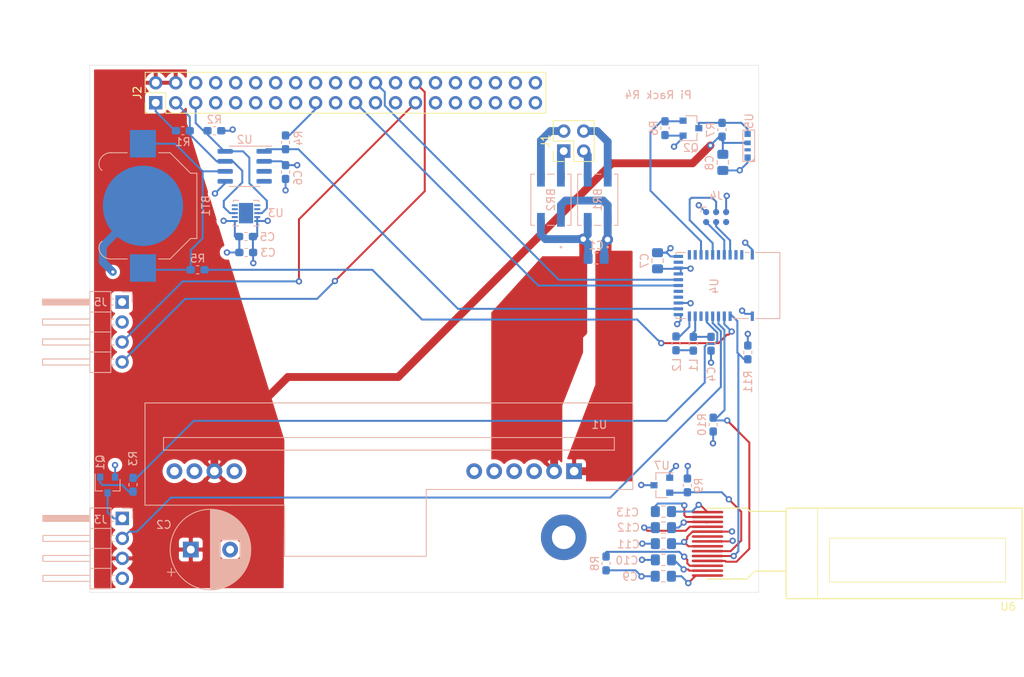
<source format=kicad_pcb>
(kicad_pcb (version 20171130) (host pcbnew 5.1.5+dfsg1-2build2)
  (layers (0 F.Cu signal) (1 In1.Cu power) (2 In2.Cu power) (31 B.Cu signal) (34 B.Paste user) (35 F.Paste user) (36 B.SilkS user) (37 F.SilkS user) (38 B.Mask user) (39 F.Mask user) (44 Edge.Cuts user))
  (net 0 "")
  (net 1 POE_VIN+)
  (net 2 POE_VIN-)
  (net 3 TR3_TAP)
  (net 4 TR2_TAP)
  (net 5 TR0_TAP)
  (net 6 TR1_TAP)
  (net 7 +5V)
  (net 8 GND)
  (net 9 "Net-(J2-Pad7)")
  (net 10 "Net-(J2-Pad8)")
  (net 11 "Net-(J2-Pad10)")
  (net 12 "Net-(J2-Pad11)")
  (net 13 "Net-(J2-Pad12)")
  (net 14 "Net-(J2-Pad13)")
  (net 15 "Net-(J2-Pad15)")
  (net 16 "Net-(J2-Pad16)")
  (net 17 "Net-(J2-Pad18)")
  (net 18 "Net-(J2-Pad19)")
  (net 19 "Net-(J2-Pad22)")
  (net 20 "Net-(J2-Pad23)")
  (net 21 "Net-(J2-Pad26)")
  (net 22 "Net-(J2-Pad29)")
  (net 23 "Net-(J2-Pad31)")
  (net 24 "Net-(J2-Pad32)")
  (net 25 "Net-(J2-Pad33)")
  (net 26 "Net-(J2-Pad35)")
  (net 27 "Net-(J2-Pad36)")
  (net 28 "Net-(J2-Pad37)")
  (net 29 "Net-(J2-Pad38)")
  (net 30 "Net-(J2-Pad40)")
  (net 31 "Net-(J3-Pad1)")
  (net 32 "Net-(U1-Pad3)")
  (net 33 "Net-(U1-Pad4)")
  (net 34 "Net-(U1-Pad5)")
  (net 35 "Net-(U1-Pad6)")
  (net 36 "Net-(U1-Pad9)")
  (net 37 "Net-(U2-Pad3)")
  (net 38 "Net-(U2-Pad4)")
  (net 39 "Net-(U3-Pad2)")
  (net 40 "Net-(U3-Pad4)")
  (net 41 "Net-(U3-Pad5)")
  (net 42 "Net-(U3-Pad6)")
  (net 43 "Net-(U3-Pad7)")
  (net 44 "Net-(U3-Pad11)")
  (net 45 "Net-(U4-Pad7)")
  (net 46 "Net-(U4-Pad13)")
  (net 47 "Net-(U4-Pad14)")
  (net 48 "Net-(U4-Pad19)")
  (net 49 "Net-(U4-Pad21)")
  (net 50 "Net-(U4-Pad22)")
  (net 51 "Net-(U4-Pad24)")
  (net 52 "Net-(U4-Pad26)")
  (net 53 "Net-(U4-Pad29)")
  (net 54 "Net-(U4-Pad30)")
  (net 55 VBAT)
  (net 56 +3V3)
  (net 57 "Net-(C4-Pad1)")
  (net 58 PI_I2C1_SDA)
  (net 59 PI_I2C1_SCL)
  (net 60 FAN_TACH)
  (net 61 SWDIO)
  (net 62 RESET)
  (net 63 SWDCLK)
  (net 64 "Net-(J4-Pad6)")
  (net 65 "Net-(L1-Pad2)")
  (net 66 "Net-(L2-Pad2)")
  (net 67 "Net-(Q1-Pad1)")
  (net 68 "Net-(Q2-Pad3)")
  (net 69 LED_SERIAL)
  (net 70 FAN_PWM)
  (net 71 RTC_CLK)
  (net 72 VBAT_MEASURE)
  (net 73 "Net-(U5-Pad2)")
  (net 74 PI_RXD4)
  (net 75 PI_TXD4)
  (net 76 PI_I2C0_SDA)
  (net 77 PI_I2C0_SCL)
  (net 78 "Net-(C9-Pad2)")
  (net 79 "Net-(C10-Pad2)")
  (net 80 "Net-(C12-Pad1)")
  (net 81 "Net-(C12-Pad2)")
  (net 82 "Net-(C13-Pad2)")
  (net 83 "Net-(C13-Pad1)")
  (net 84 "Net-(R8-Pad1)")
  (net 85 OLED_RESET)
  (net 86 "Net-(U6-Pad6)")
  (net 87 OLED_SCL)
  (net 88 OLED_SDA)
  (module cd-hd2004:CD-HD2004 (layer B.Cu) (at 164.55 117.1 90)
    (fp_text reference BR1 (at 0 0 270) (layer B.SilkS) (effects (justify mirror)))
    (fp_text value D_Bridge_+AA- hide)
    (pad 1 smd rect (at -2.5527 1.27 90) (size 1.7526 0.9906) (layers B.Cu B.Paste B.Mask) (net 1 POE_VIN+))
    (pad 4 smd rect (at -2.5527 -1.27 90) (size 1.7526 0.9906) (layers B.Cu B.Paste B.Mask) (net 2 POE_VIN-))
    (pad 3 smd rect (at 2.5527 -1.27 90) (size 1.7526 0.9906) (layers B.Cu B.Paste B.Mask) (net 3 TR3_TAP))
    (pad 2 smd rect (at 2.5527 1.27 90) (size 1.7526 0.9906) (layers B.Cu B.Paste B.Mask) (net 4 TR2_TAP))
  )
  (module cd-hd2004:CD-HD2004 (layer B.Cu) (at 158.6 117.1 90)
    (fp_text reference BR2 (at 0 0 270) (layer B.SilkS) (effects (justify mirror)))
    (fp_text value D_Bridge_+AA- hide)
    (pad 2 smd rect (at 2.5527 1.27 90) (size 1.7526 0.9906) (layers B.Cu B.Paste B.Mask) (net 6 TR1_TAP))
    (pad 3 smd rect (at 2.5527 -1.27 90) (size 1.7526 0.9906) (layers B.Cu B.Paste B.Mask) (net 5 TR0_TAP))
    (pad 4 smd rect (at -2.5527 -1.27 90) (size 1.7526 0.9906) (layers B.Cu B.Paste B.Mask) (net 2 POE_VIN-))
    (pad 1 smd rect (at -2.5527 1.27 90) (size 1.7526 0.9906) (layers B.Cu B.Paste B.Mask) (net 1 POE_VIN+))
  )
  (module Battery:BatteryHolder_Keystone_3000_1x12mm (layer B.Cu) (at 106.75 117.875 90)
    (fp_text reference BT1 (at 0 8 -90) (layer B.SilkS) (effects (justify mirror)))
    (fp_text value Battery_Cell)
    (pad 1 smd rect (at -7.9 0 90) (size 3.5 3.3) (layers B.Cu B.Paste B.Mask) (net 55 VBAT))
    (pad 1 smd rect (at 7.9 0 90) (size 3.5 3.3) (layers B.Cu B.Paste B.Mask) (net 55 VBAT))
    (pad 2 smd circle (at 0 0 90) (size 10.2 10.2) (layers B.Cu B.Mask) (net 8 GND))
  )
  (module Capacitor_SMD:C_0805_2012Metric_Pad1.15x1.40mm_HandSolder (layer B.Cu) (at 164.35 124.55 180)
    (fp_text reference C1 (at 0 1.65) (layer B.SilkS) (effects (justify mirror)))
    (fp_text value 10n)
    (pad 1 smd roundrect (at -1.025 0 180) (size 1.15 1.4) (layers B.Cu B.Paste B.Mask) (roundrect_rratio 0.217391) (net 1 POE_VIN+))
    (pad 2 smd roundrect (at 1.025 0 180) (size 1.15 1.4) (layers B.Cu B.Paste B.Mask) (roundrect_rratio 0.217391) (net 2 POE_VIN-))
  )
  (module Connector_PinHeader_2.54mm:PinHeader_2x02_P2.54mm_Vertical (layer F.Cu) (at 160.23 110.91 90)
    (fp_text reference J1 (at 1.27 -2.33 90) (layer F.SilkS))
    (fp_text value PI_POE)
    (pad 1 thru_hole rect (at 0 0 90) (size 1.7 1.7) (drill 1) (layers *.Cu *.Mask) (net 6 TR1_TAP))
    (pad 2 thru_hole oval (at 2.54 0 90) (size 1.7 1.7) (drill 1) (layers *.Cu *.Mask) (net 5 TR0_TAP))
    (pad 3 thru_hole oval (at 0 2.54 90) (size 1.7 1.7) (drill 1) (layers *.Cu *.Mask) (net 3 TR3_TAP))
    (pad 4 thru_hole oval (at 2.54 2.54 90) (size 1.7 1.7) (drill 1) (layers *.Cu *.Mask) (net 4 TR2_TAP))
  )
  (module Connector_PinHeader_2.54mm:PinHeader_2x20_P2.54mm_Vertical (layer F.Cu) (at 108.37 104.77 90)
    (fp_text reference J2 (at 1.27 -2.33 90) (layer F.SilkS))
    (fp_text value PI_GPIO)
    (pad 1 thru_hole rect (at 0 0 90) (size 1.7 1.7) (drill 1) (layers *.Cu *.Mask) (net 56 +3V3))
    (pad 2 thru_hole oval (at 2.54 0 90) (size 1.7 1.7) (drill 1) (layers *.Cu *.Mask) (net 7 +5V))
    (pad 3 thru_hole oval (at 0 2.54 90) (size 1.7 1.7) (drill 1) (layers *.Cu *.Mask) (net 58 PI_I2C1_SDA))
    (pad 4 thru_hole oval (at 2.54 2.54 90) (size 1.7 1.7) (drill 1) (layers *.Cu *.Mask) (net 7 +5V))
    (pad 5 thru_hole oval (at 0 5.08 90) (size 1.7 1.7) (drill 1) (layers *.Cu *.Mask) (net 59 PI_I2C1_SCL))
    (pad 6 thru_hole oval (at 2.54 5.08 90) (size 1.7 1.7) (drill 1) (layers *.Cu *.Mask) (net 8 GND))
    (pad 7 thru_hole oval (at 0 7.62 90) (size 1.7 1.7) (drill 1) (layers *.Cu *.Mask) (net 9 "Net-(J2-Pad7)"))
    (pad 8 thru_hole oval (at 2.54 7.62 90) (size 1.7 1.7) (drill 1) (layers *.Cu *.Mask) (net 10 "Net-(J2-Pad8)"))
    (pad 9 thru_hole oval (at 0 10.16 90) (size 1.7 1.7) (drill 1) (layers *.Cu *.Mask) (net 8 GND))
    (pad 10 thru_hole oval (at 2.54 10.16 90) (size 1.7 1.7) (drill 1) (layers *.Cu *.Mask) (net 11 "Net-(J2-Pad10)"))
    (pad 11 thru_hole oval (at 0 12.7 90) (size 1.7 1.7) (drill 1) (layers *.Cu *.Mask) (net 12 "Net-(J2-Pad11)"))
    (pad 12 thru_hole oval (at 2.54 12.7 90) (size 1.7 1.7) (drill 1) (layers *.Cu *.Mask) (net 13 "Net-(J2-Pad12)"))
    (pad 13 thru_hole oval (at 0 15.24 90) (size 1.7 1.7) (drill 1) (layers *.Cu *.Mask) (net 14 "Net-(J2-Pad13)"))
    (pad 14 thru_hole oval (at 2.54 15.24 90) (size 1.7 1.7) (drill 1) (layers *.Cu *.Mask) (net 8 GND))
    (pad 15 thru_hole oval (at 0 17.78 90) (size 1.7 1.7) (drill 1) (layers *.Cu *.Mask) (net 15 "Net-(J2-Pad15)"))
    (pad 16 thru_hole oval (at 2.54 17.78 90) (size 1.7 1.7) (drill 1) (layers *.Cu *.Mask) (net 16 "Net-(J2-Pad16)"))
    (pad 17 thru_hole oval (at 0 20.32 90) (size 1.7 1.7) (drill 1) (layers *.Cu *.Mask) (net 56 +3V3))
    (pad 18 thru_hole oval (at 2.54 20.32 90) (size 1.7 1.7) (drill 1) (layers *.Cu *.Mask) (net 17 "Net-(J2-Pad18)"))
    (pad 19 thru_hole oval (at 0 22.86 90) (size 1.7 1.7) (drill 1) (layers *.Cu *.Mask) (net 18 "Net-(J2-Pad19)"))
    (pad 20 thru_hole oval (at 2.54 22.86 90) (size 1.7 1.7) (drill 1) (layers *.Cu *.Mask) (net 8 GND))
    (pad 21 thru_hole oval (at 0 25.4 90) (size 1.7 1.7) (drill 1) (layers *.Cu *.Mask) (net 74 PI_RXD4))
    (pad 22 thru_hole oval (at 2.54 25.4 90) (size 1.7 1.7) (drill 1) (layers *.Cu *.Mask) (net 19 "Net-(J2-Pad22)"))
    (pad 23 thru_hole oval (at 0 27.94 90) (size 1.7 1.7) (drill 1) (layers *.Cu *.Mask) (net 20 "Net-(J2-Pad23)"))
    (pad 24 thru_hole oval (at 2.54 27.94 90) (size 1.7 1.7) (drill 1) (layers *.Cu *.Mask) (net 75 PI_TXD4))
    (pad 25 thru_hole oval (at 0 30.48 90) (size 1.7 1.7) (drill 1) (layers *.Cu *.Mask) (net 8 GND))
    (pad 26 thru_hole oval (at 2.54 30.48 90) (size 1.7 1.7) (drill 1) (layers *.Cu *.Mask) (net 21 "Net-(J2-Pad26)"))
    (pad 27 thru_hole oval (at 0 33.02 90) (size 1.7 1.7) (drill 1) (layers *.Cu *.Mask) (net 76 PI_I2C0_SDA))
    (pad 28 thru_hole oval (at 2.54 33.02 90) (size 1.7 1.7) (drill 1) (layers *.Cu *.Mask) (net 77 PI_I2C0_SCL))
    (pad 29 thru_hole oval (at 0 35.56 90) (size 1.7 1.7) (drill 1) (layers *.Cu *.Mask) (net 22 "Net-(J2-Pad29)"))
    (pad 30 thru_hole oval (at 2.54 35.56 90) (size 1.7 1.7) (drill 1) (layers *.Cu *.Mask) (net 8 GND))
    (pad 31 thru_hole oval (at 0 38.1 90) (size 1.7 1.7) (drill 1) (layers *.Cu *.Mask) (net 23 "Net-(J2-Pad31)"))
    (pad 32 thru_hole oval (at 2.54 38.1 90) (size 1.7 1.7) (drill 1) (layers *.Cu *.Mask) (net 24 "Net-(J2-Pad32)"))
    (pad 33 thru_hole oval (at 0 40.64 90) (size 1.7 1.7) (drill 1) (layers *.Cu *.Mask) (net 25 "Net-(J2-Pad33)"))
    (pad 34 thru_hole oval (at 2.54 40.64 90) (size 1.7 1.7) (drill 1) (layers *.Cu *.Mask) (net 8 GND))
    (pad 35 thru_hole oval (at 0 43.18 90) (size 1.7 1.7) (drill 1) (layers *.Cu *.Mask) (net 26 "Net-(J2-Pad35)"))
    (pad 36 thru_hole oval (at 2.54 43.18 90) (size 1.7 1.7) (drill 1) (layers *.Cu *.Mask) (net 27 "Net-(J2-Pad36)"))
    (pad 37 thru_hole oval (at 0 45.72 90) (size 1.7 1.7) (drill 1) (layers *.Cu *.Mask) (net 28 "Net-(J2-Pad37)"))
    (pad 38 thru_hole oval (at 2.54 45.72 90) (size 1.7 1.7) (drill 1) (layers *.Cu *.Mask) (net 29 "Net-(J2-Pad38)"))
    (pad 39 thru_hole oval (at 0 48.26 90) (size 1.7 1.7) (drill 1) (layers *.Cu *.Mask) (net 8 GND))
    (pad 40 thru_hole oval (at 2.54 48.26 90) (size 1.7 1.7) (drill 1) (layers *.Cu *.Mask) (net 30 "Net-(J2-Pad40)"))
  )
  (module Connector_PinHeader_2.54mm:PinHeader_1x04_P2.54mm_Horizontal (layer B.Cu) (at 104.13 157.6 180)
    (fp_text reference J3 (at 2.76 -0.15) (layer B.SilkS) (effects (justify mirror)))
    (fp_text value FAN)
    (pad 1 thru_hole rect (at 0 0 180) (size 1.7 1.7) (drill 1) (layers *.Cu *.Mask) (net 31 "Net-(J3-Pad1)"))
    (pad 2 thru_hole oval (at 0 -2.54 180) (size 1.7 1.7) (drill 1) (layers *.Cu *.Mask) (net 60 FAN_TACH))
    (pad 3 thru_hole oval (at 0 -5.08 180) (size 1.7 1.7) (drill 1) (layers *.Cu *.Mask) (net 7 +5V))
    (pad 4 thru_hole oval (at 0 -7.62 180) (size 1.7 1.7) (drill 1) (layers *.Cu *.Mask) (net 8 GND))
  )
  (module Package_SO:SOIC-8_3.9x4.9mm_P1.27mm (layer B.Cu) (at 119.675 112.85 180)
    (fp_text reference U2 (at 0 3.4) (layer B.SilkS) (effects (justify mirror)))
    (fp_text value DS3231MZ)
    (pad 1 smd roundrect (at -2.475 1.905 180) (size 1.95 0.6) (layers B.Cu B.Paste B.Mask) (net 71 RTC_CLK))
    (pad 2 smd roundrect (at -2.475 0.635 180) (size 1.95 0.6) (layers B.Cu B.Paste B.Mask) (net 56 +3V3))
    (pad 3 smd roundrect (at -2.475 -0.635 180) (size 1.95 0.6) (layers B.Cu B.Paste B.Mask) (net 37 "Net-(U2-Pad3)"))
    (pad 4 smd roundrect (at -2.475 -1.905 180) (size 1.95 0.6) (layers B.Cu B.Paste B.Mask) (net 38 "Net-(U2-Pad4)"))
    (pad 5 smd roundrect (at 2.475 -1.905 180) (size 1.95 0.6) (layers B.Cu B.Paste B.Mask) (net 8 GND))
    (pad 6 smd roundrect (at 2.475 -0.635 180) (size 1.95 0.6) (layers B.Cu B.Paste B.Mask) (net 55 VBAT))
    (pad 7 smd roundrect (at 2.475 0.635 180) (size 1.95 0.6) (layers B.Cu B.Paste B.Mask) (net 58 PI_I2C1_SDA))
    (pad 8 smd roundrect (at 2.475 1.905 180) (size 1.95 0.6) (layers B.Cu B.Paste B.Mask) (net 59 PI_I2C1_SCL))
  )
  (module sls32aia:SLS32AIA010MSUSON10XTMA2 (layer B.Cu) (at 119.85 118.8)
    (fp_text reference U3 (at 3.78 -0.02) (layer B.SilkS) (effects (justify mirror)))
    (fp_text value SLS32AIA010MSUSON10XTMA2 hide)
    (pad 1 smd rect (at -1.4224 1.000001) (size 0.762 0.254) (layers B.Cu B.Paste B.Mask) (net 8 GND))
    (pad 2 smd rect (at -1.4224 0.499999) (size 0.762 0.254) (layers B.Cu B.Paste B.Mask) (net 39 "Net-(U3-Pad2)"))
    (pad 3 smd rect (at -1.4224 0) (size 0.762 0.254) (layers B.Cu B.Paste B.Mask) (net 58 PI_I2C1_SDA))
    (pad 4 smd rect (at -1.4224 -0.499999) (size 0.762 0.254) (layers B.Cu B.Paste B.Mask) (net 40 "Net-(U3-Pad4)"))
    (pad 5 smd rect (at -1.4224 -1.000001) (size 0.762 0.254) (layers B.Cu B.Paste B.Mask) (net 41 "Net-(U3-Pad5)"))
    (pad 6 smd rect (at 1.4224 -1.000001) (size 0.762 0.254) (layers B.Cu B.Paste B.Mask) (net 42 "Net-(U3-Pad6)"))
    (pad 7 smd rect (at 1.4224 -0.499999) (size 0.762 0.254) (layers B.Cu B.Paste B.Mask) (net 43 "Net-(U3-Pad7)"))
    (pad 8 smd rect (at 1.4224 0) (size 0.762 0.254) (layers B.Cu B.Paste B.Mask) (net 59 PI_I2C1_SCL))
    (pad 9 smd rect (at 1.4224 0.499999) (size 0.762 0.254) (layers B.Cu B.Paste B.Mask) (net 56 +3V3))
    (pad 10 smd rect (at 1.4224 1.000001) (size 0.762 0.254) (layers B.Cu B.Paste B.Mask) (net 56 +3V3))
    (pad 11 smd rect (at 0 0) (size 1.8034 2.5908) (layers B.Cu B.Mask) (net 44 "Net-(U3-Pad11)"))
  )
  (module Components:MDBT50-512K (layer B.Cu) (at 174.5 132.2 90)
    (fp_text reference U4 (at 4.12 4.86 -90) (layer B.SilkS) (effects (justify mirror)))
    (fp_text value MDBT50-512K)
    (pad 1 smd rect (at 0.6 9.7 90) (size 1.2 0.4) (drill (offset -0.3 0)) (layers B.Cu B.Paste B.Mask) (net 8 GND))
    (pad 2 smd rect (at 0.6 6.88 90) (size 1.2 0.4) (drill (offset -0.3 0)) (layers B.Cu B.Paste B.Mask) (net 87 OLED_SCL))
    (pad 3 smd rect (at 0.6 6.14 90) (size 1.2 0.4) (drill (offset -0.3 0)) (layers B.Cu B.Paste B.Mask) (net 72 VBAT_MEASURE))
    (pad 4 smd rect (at 0.6 5.4 90) (size 1.2 0.4) (drill (offset -0.3 0)) (layers B.Cu B.Paste B.Mask) (net 88 OLED_SDA))
    (pad 5 smd rect (at 0.6 4.66 90) (size 1.2 0.4) (drill (offset -0.3 0)) (layers B.Cu B.Paste B.Mask) (net 60 FAN_TACH))
    (pad 6 smd rect (at 0.6 3.92 90) (size 1.2 0.4) (drill (offset -0.3 0)) (layers B.Cu B.Paste B.Mask) (net 70 FAN_PWM))
    (pad 7 smd rect (at 0.6 3.18 90) (size 1.2 0.4) (drill (offset -0.3 0)) (layers B.Cu B.Paste B.Mask) (net 45 "Net-(U4-Pad7)"))
    (pad 8 smd rect (at 0.6 2.44 90) (size 1.2 0.4) (drill (offset -0.3 0)) (layers B.Cu B.Paste B.Mask) (net 57 "Net-(C4-Pad1)"))
    (pad 9 smd rect (at 0.6 1.7 90) (size 1.2 0.4) (drill (offset -0.3 0)) (layers B.Cu B.Paste B.Mask) (net 66 "Net-(L2-Pad2)"))
    (pad 10 smd rect (at 0.5 0.6) (size 1.2 0.4) (drill (offset -0.3 0)) (layers B.Cu B.Paste B.Mask) (net 8 GND))
    (pad 11 smd rect (at 1.24 0.6) (size 1.2 0.4) (drill (offset -0.3 0)) (layers B.Cu B.Paste B.Mask) (net 71 RTC_CLK))
    (pad 12 smd rect (at 1.98 0.6) (size 1.2 0.4) (drill (offset -0.3 0)) (layers B.Cu B.Paste B.Mask) (net 8 GND))
    (pad 13 smd rect (at 2.72 0.6) (size 1.2 0.4) (drill (offset -0.3 0)) (layers B.Cu B.Paste B.Mask) (net 46 "Net-(U4-Pad13)"))
    (pad 14 smd rect (at 3.46 0.6) (size 1.2 0.4) (drill (offset -0.3 0)) (layers B.Cu B.Paste B.Mask) (net 47 "Net-(U4-Pad14)"))
    (pad 15 smd rect (at 4.2 0.6) (size 1.2 0.4) (drill (offset -0.3 0)) (layers B.Cu B.Paste B.Mask) (net 74 PI_RXD4))
    (pad 16 smd rect (at 4.94 0.6) (size 1.2 0.4) (drill (offset -0.3 0)) (layers B.Cu B.Paste B.Mask) (net 75 PI_TXD4))
    (pad 17 smd rect (at 5.68 0.6) (size 1.2 0.4) (drill (offset -0.3 0)) (layers B.Cu B.Paste B.Mask) (net 56 +3V3))
    (pad 18 smd rect (at 6.42 0.6) (size 1.2 0.4) (drill (offset -0.3 0)) (layers B.Cu B.Paste B.Mask) (net 56 +3V3))
    (pad 19 smd rect (at 7.16 0.6) (size 1.2 0.4) (drill (offset -0.3 0)) (layers B.Cu B.Paste B.Mask) (net 48 "Net-(U4-Pad19)"))
    (pad 20 smd rect (at 7.9 0.6) (size 1.2 0.4) (drill (offset -0.3 0)) (layers B.Cu B.Paste B.Mask) (net 8 GND))
    (pad 21 smd rect (at 7.8 1.7 270) (size 1.2 0.4) (drill (offset -0.3 0)) (layers B.Cu B.Paste B.Mask) (net 49 "Net-(U4-Pad21)"))
    (pad 22 smd rect (at 7.8 2.44 270) (size 1.2 0.4) (drill (offset -0.3 0)) (layers B.Cu B.Paste B.Mask) (net 50 "Net-(U4-Pad22)"))
    (pad 23 smd rect (at 7.8 3.18 270) (size 1.2 0.4) (drill (offset -0.3 0)) (layers B.Cu B.Paste B.Mask) (net 69 LED_SERIAL))
    (pad 24 smd rect (at 7.8 3.92 270) (size 1.2 0.4) (drill (offset -0.3 0)) (layers B.Cu B.Paste B.Mask) (net 51 "Net-(U4-Pad24)"))
    (pad 25 smd rect (at 7.8 4.66 270) (size 1.2 0.4) (drill (offset -0.3 0)) (layers B.Cu B.Paste B.Mask) (net 62 RESET))
    (pad 26 smd rect (at 7.8 5.4 270) (size 1.2 0.4) (drill (offset -0.3 0)) (layers B.Cu B.Paste B.Mask) (net 52 "Net-(U4-Pad26)"))
    (pad 27 smd rect (at 7.8 6.14 270) (size 1.2 0.4) (drill (offset -0.3 0)) (layers B.Cu B.Paste B.Mask) (net 61 SWDIO))
    (pad 28 smd rect (at 7.8 6.88 270) (size 1.2 0.4) (drill (offset -0.3 0)) (layers B.Cu B.Paste B.Mask) (net 63 SWDCLK))
    (pad 29 smd rect (at 7.8 7.62 270) (size 1.2 0.4) (drill (offset -0.3 0)) (layers B.Cu B.Paste B.Mask) (net 53 "Net-(U4-Pad29)"))
    (pad 30 smd rect (at 7.8 8.36 270) (size 1.2 0.4) (drill (offset -0.3 0)) (layers B.Cu B.Paste B.Mask) (net 54 "Net-(U4-Pad30)"))
    (pad 31 smd rect (at 7.8 9.7 270) (size 1.2 0.4) (drill (offset -0.3 0)) (layers B.Cu B.Paste B.Mask) (net 8 GND))
  )
  (module Capacitor_SMD:C_0603_1608Metric_Pad1.05x0.95mm_HandSolder (layer B.Cu) (at 119.875 123.8)
    (fp_text reference C3 (at 2.775 0.025) (layer B.SilkS) (effects (justify mirror)))
    (fp_text value 100n)
    (pad 2 smd roundrect (at 0.875 0) (size 1.05 0.95) (layers B.Cu B.Paste B.Mask) (net 56 +3V3))
    (pad 1 smd roundrect (at -0.875 0) (size 1.05 0.95) (layers B.Cu B.Paste B.Mask) (net 8 GND))
  )
  (module Capacitor_SMD:C_0603_1608Metric_Pad1.05x0.95mm_HandSolder (layer B.Cu) (at 178.95 135.4 270)
    (fp_text reference C4 (at 3.87 -0.04 90) (layer B.SilkS) (effects (justify mirror)))
    (fp_text value 1u)
    (pad 2 smd roundrect (at 0.875 0 270) (size 1.05 0.95) (layers B.Cu B.Paste B.Mask) (net 8 GND))
    (pad 1 smd roundrect (at -0.875 0 270) (size 1.05 0.95) (layers B.Cu B.Paste B.Mask) (net 57 "Net-(C4-Pad1)"))
  )
  (module Capacitor_SMD:C_0603_1608Metric_Pad1.05x0.95mm_HandSolder (layer B.Cu) (at 119.85 121.775)
    (fp_text reference C5 (at 2.725 0.05) (layer B.SilkS) (effects (justify mirror)))
    (fp_text value 0.1u)
    (pad 1 smd roundrect (at -0.875 0) (size 1.05 0.95) (layers B.Cu B.Paste B.Mask) (net 8 GND))
    (pad 2 smd roundrect (at 0.875 0) (size 1.05 0.95) (layers B.Cu B.Paste B.Mask) (net 56 +3V3))
  )
  (module Capacitor_SMD:C_0603_1608Metric_Pad1.05x0.95mm_HandSolder (layer B.Cu) (at 124.875 113.575 90)
    (fp_text reference C6 (at -0.725 1.575 90) (layer B.SilkS) (effects (justify mirror)))
    (fp_text value 1u)
    (pad 1 smd roundrect (at -0.875 0 90) (size 1.05 0.95) (layers B.Cu B.Paste B.Mask) (net 8 GND))
    (pad 2 smd roundrect (at 0.875 0 90) (size 1.05 0.95) (layers B.Cu B.Paste B.Mask) (net 56 +3V3))
  )
  (module Capacitor_SMD:C_0805_2012Metric_Pad1.15x1.40mm_HandSolder (layer B.Cu) (at 172.15 124.85 270)
    (fp_text reference C7 (at 0 1.65 90) (layer B.SilkS) (effects (justify mirror)))
    (fp_text value 10u)
    (pad 1 smd roundrect (at -1.025 0 270) (size 1.15 1.4) (layers B.Cu B.Paste B.Mask) (roundrect_rratio 0.217391) (net 8 GND))
    (pad 2 smd roundrect (at 1.025 0 270) (size 1.15 1.4) (layers B.Cu B.Paste B.Mask) (roundrect_rratio 0.217391) (net 56 +3V3))
  )
  (module Capacitor_SMD:C_0805_2012Metric_Pad1.15x1.40mm_HandSolder (layer B.Cu) (at 180.45 112.35 90)
    (fp_text reference C8 (at -0.05 -1.7 90) (layer B.SilkS) (effects (justify mirror)))
    (fp_text value 0.1u)
    (pad 2 smd roundrect (at 1.025 0 90) (size 1.15 1.4) (layers B.Cu B.Paste B.Mask) (roundrect_rratio 0.217391) (net 7 +5V))
    (pad 1 smd roundrect (at -1.025 0 90) (size 1.15 1.4) (layers B.Cu B.Paste B.Mask) (roundrect_rratio 0.217391) (net 8 GND))
  )
  (module Connector:Tag-Connect_TC2030-IDC-NL_2x03_P1.27mm_Vertical (layer B.Cu) (at 179.6 119.3)
    (fp_text reference J4 (at 0 -2.7) (layer B.SilkS) (effects (justify mirror)))
    (fp_text value Conn_02x03_Odd_Even)
    (pad "" np_thru_hole circle (at 2.54 1.016) (size 0.9906 0.9906) (drill 0.9906) (layers *.Cu *.Mask))
    (pad "" np_thru_hole circle (at 2.54 -1.016) (size 0.9906 0.9906) (drill 0.9906) (layers *.Cu *.Mask))
    (pad "" np_thru_hole circle (at -2.54 0) (size 0.9906 0.9906) (drill 0.9906) (layers *.Cu *.Mask))
    (pad 1 connect circle (at -1.27 -0.635) (size 0.7874 0.7874) (layers B.Cu B.Mask) (net 56 +3V3))
    (pad 2 connect circle (at -1.27 0.635) (size 0.7874 0.7874) (layers B.Cu B.Mask) (net 61 SWDIO))
    (pad 3 connect circle (at 0 -0.635) (size 0.7874 0.7874) (layers B.Cu B.Mask) (net 62 RESET))
    (pad 4 connect circle (at 0 0.635) (size 0.7874 0.7874) (layers B.Cu B.Mask) (net 63 SWDCLK))
    (pad 5 connect circle (at 1.27 -0.635) (size 0.7874 0.7874) (layers B.Cu B.Mask) (net 8 GND))
    (pad 6 connect circle (at 1.27 0.635) (size 0.7874 0.7874) (layers B.Cu B.Mask) (net 64 "Net-(J4-Pad6)"))
  )
  (module Capacitor_SMD:C_0603_1608Metric_Pad1.05x0.95mm_HandSolder (layer B.Cu) (at 176.7 135.4 270)
    (fp_text reference L1 (at 2.74 -0.04 90) (layer B.SilkS) (effects (justify mirror)))
    (fp_text value 15n)
    (pad 1 smd roundrect (at -0.875 0 270) (size 1.05 0.95) (layers B.Cu B.Paste B.Mask) (net 57 "Net-(C4-Pad1)"))
    (pad 2 smd roundrect (at 0.875 0 270) (size 1.05 0.95) (layers B.Cu B.Paste B.Mask) (net 65 "Net-(L1-Pad2)"))
  )
  (module Capacitor_SMD:C_0603_1608Metric_Pad1.05x0.95mm_HandSolder (layer B.Cu) (at 174.5 135.35 90)
    (fp_text reference L2 (at -2.72 0.1 90) (layer B.SilkS) (effects (justify mirror)))
    (fp_text value 10u)
    (pad 2 smd roundrect (at 0.875 0 90) (size 1.05 0.95) (layers B.Cu B.Paste B.Mask) (net 66 "Net-(L2-Pad2)"))
    (pad 1 smd roundrect (at -0.875 0 90) (size 1.05 0.95) (layers B.Cu B.Paste B.Mask) (net 65 "Net-(L1-Pad2)"))
  )
  (module Package_TO_SOT_SMD:SOT-23 (layer B.Cu) (at 102.26 153.35 270)
    (fp_text reference Q1 (at -2.86 0.94 90) (layer B.SilkS) (effects (justify mirror)))
    (fp_text value 2N7002)
    (pad 1 smd rect (at -1 0.95 270) (size 0.9 0.8) (layers B.Cu B.Paste B.Mask) (net 67 "Net-(Q1-Pad1)"))
    (pad 2 smd rect (at -1 -0.95 270) (size 0.9 0.8) (layers B.Cu B.Paste B.Mask) (net 8 GND))
    (pad 3 smd rect (at 1 0 270) (size 0.9 0.8) (layers B.Cu B.Paste B.Mask) (net 31 "Net-(J3-Pad1)"))
  )
  (module Package_TO_SOT_SMD:SOT-23 (layer B.Cu) (at 176.4 108)
    (fp_text reference Q2 (at 0 2.5) (layer B.SilkS) (effects (justify mirror)))
    (fp_text value 2N7002)
    (pad 3 smd rect (at 1 0) (size 0.9 0.8) (layers B.Cu B.Paste B.Mask) (net 68 "Net-(Q2-Pad3)"))
    (pad 2 smd rect (at -1 -0.95) (size 0.9 0.8) (layers B.Cu B.Paste B.Mask) (net 69 LED_SERIAL))
    (pad 1 smd rect (at -1 0.95) (size 0.9 0.8) (layers B.Cu B.Paste B.Mask) (net 56 +3V3))
  )
  (module Resistor_SMD:R_0603_1608Metric_Pad1.05x0.95mm_HandSolder (layer B.Cu) (at 111.825 108.325)
    (fp_text reference R1 (at 0 1.43) (layer B.SilkS) (effects (justify mirror)))
    (fp_text value 10K)
    (pad 1 smd roundrect (at -0.875 0) (size 1.05 0.95) (layers B.Cu B.Paste B.Mask) (net 56 +3V3))
    (pad 2 smd roundrect (at 0.875 0) (size 1.05 0.95) (layers B.Cu B.Paste B.Mask) (net 58 PI_I2C1_SDA))
  )
  (module Resistor_SMD:R_0603_1608Metric_Pad1.05x0.95mm_HandSolder (layer B.Cu) (at 115.825 108.325 180)
    (fp_text reference R2 (at 0 1.43) (layer B.SilkS) (effects (justify mirror)))
    (fp_text value 10K)
    (pad 2 smd roundrect (at 0.875 0 180) (size 1.05 0.95) (layers B.Cu B.Paste B.Mask) (net 59 PI_I2C1_SCL))
    (pad 1 smd roundrect (at -0.875 0 180) (size 1.05 0.95) (layers B.Cu B.Paste B.Mask) (net 56 +3V3))
  )
  (module Resistor_SMD:R_0603_1608Metric_Pad1.05x0.95mm_HandSolder (layer B.Cu) (at 105.49 153.32 270)
    (fp_text reference R3 (at -3.33 0 90) (layer B.SilkS) (effects (justify mirror)))
    (fp_text value 100)
    (pad 1 smd roundrect (at -0.875 0 270) (size 1.05 0.95) (layers B.Cu B.Paste B.Mask) (net 70 FAN_PWM))
    (pad 2 smd roundrect (at 0.875 0 270) (size 1.05 0.95) (layers B.Cu B.Paste B.Mask) (net 67 "Net-(Q1-Pad1)"))
  )
  (module Resistor_SMD:R_0603_1608Metric_Pad1.05x0.95mm_HandSolder (layer B.Cu) (at 124.875 109.8 90)
    (fp_text reference R4 (at 0.525 1.625 90) (layer B.SilkS) (effects (justify mirror)))
    (fp_text value 10K)
    (pad 1 smd roundrect (at -0.875 0 90) (size 1.05 0.95) (layers B.Cu B.Paste B.Mask) (net 71 RTC_CLK))
    (pad 2 smd roundrect (at 0.875 0 90) (size 1.05 0.95) (layers B.Cu B.Paste B.Mask) (net 56 +3V3))
  )
  (module Resistor_SMD:R_0603_1608Metric_Pad1.05x0.95mm_HandSolder (layer B.Cu) (at 113.7 126 180)
    (fp_text reference R5 (at 0 1.43) (layer B.SilkS) (effects (justify mirror)))
    (fp_text value 100K)
    (pad 2 smd roundrect (at 0.875 0 180) (size 1.05 0.95) (layers B.Cu B.Paste B.Mask) (net 55 VBAT))
    (pad 1 smd roundrect (at -0.875 0 180) (size 1.05 0.95) (layers B.Cu B.Paste B.Mask) (net 72 VBAT_MEASURE))
  )
  (module Resistor_SMD:R_0603_1608Metric_Pad1.05x0.95mm_HandSolder (layer B.Cu) (at 173.1 108 270)
    (fp_text reference R6 (at 0 1.43 90) (layer B.SilkS) (effects (justify mirror)))
    (fp_text value 10K)
    (pad 1 smd roundrect (at -0.875 0 270) (size 1.05 0.95) (layers B.Cu B.Paste B.Mask) (net 69 LED_SERIAL))
    (pad 2 smd roundrect (at 0.875 0 270) (size 1.05 0.95) (layers B.Cu B.Paste B.Mask) (net 56 +3V3))
  )
  (module Resistor_SMD:R_0603_1608Metric_Pad1.05x0.95mm_HandSolder (layer B.Cu) (at 180.35 108.2 270)
    (fp_text reference R7 (at 0 1.43 90) (layer B.SilkS) (effects (justify mirror)))
    (fp_text value 10K)
    (pad 2 smd roundrect (at 0.875 0 270) (size 1.05 0.95) (layers B.Cu B.Paste B.Mask) (net 7 +5V))
    (pad 1 smd roundrect (at -0.875 0 270) (size 1.05 0.95) (layers B.Cu B.Paste B.Mask) (net 68 "Net-(Q2-Pad3)"))
  )
  (module Components:SK6812B-SIDE (layer B.Cu) (at 183 110.25 270)
    (fp_text reference U5 (at -3.15 -0.8 270) (layer B.SilkS) (effects (justify mirror)))
    (fp_text value SK6812MINI-E hide)
    (pad 4 smd rect (at -1.505 -0.6 270) (size 0.75 0.8) (layers B.Cu B.Paste B.Mask) (net 68 "Net-(Q2-Pad3)"))
    (pad 1 smd rect (at -0.38 -0.6 270) (size 0.6 0.8) (layers B.Cu B.Paste B.Mask) (net 7 +5V))
    (pad 2 smd rect (at 0.5 -0.6 270) (size 0.4 0.8) (layers B.Cu B.Paste B.Mask) (net 73 "Net-(U5-Pad2)"))
    (pad 3 smd rect (at 1.48 -0.6 270) (size 0.8 0.8) (layers B.Cu B.Paste B.Mask) (net 8 GND))
  )
  (module Components:AG5400 (layer B.Cu) (at 161.55 151.6 180)
    (fp_text reference U1 (at -3.2 5.9) (layer B.SilkS) (effects (justify mirror)))
    (fp_text value AG5300)
    (pad 1 thru_hole rect (at 0 0 180) (size 2 2) (drill 1.1) (layers *.Cu *.Mask) (net 1 POE_VIN+))
    (pad 2 thru_hole circle (at 2.54 0 180) (size 2 2) (drill 1.1) (layers *.Cu *.Mask) (net 2 POE_VIN-))
    (pad 3 thru_hole circle (at 5.08 0 180) (size 2 2) (drill 1.1) (layers *.Cu *.Mask) (net 32 "Net-(U1-Pad3)"))
    (pad 4 thru_hole circle (at 7.62 0 180) (size 2 2) (drill 1.1) (layers *.Cu *.Mask) (net 33 "Net-(U1-Pad4)"))
    (pad 5 thru_hole circle (at 10.16 0 180) (size 2 2) (drill 1.1) (layers *.Cu *.Mask) (net 34 "Net-(U1-Pad5)"))
    (pad 6 thru_hole circle (at 12.7 0 180) (size 2 2) (drill 1.1) (layers *.Cu *.Mask) (net 35 "Net-(U1-Pad6)"))
    (pad 7 thru_hole circle (at 43.18 0 180) (size 2 2) (drill 1.1) (layers *.Cu *.Mask) (net 8 GND))
    (pad 8 thru_hole circle (at 45.72 0 180) (size 2 2) (drill 1.1) (layers *.Cu *.Mask) (net 7 +5V))
    (pad 9 thru_hole circle (at 48.26 0 180) (size 2 2) (drill 1.1) (layers *.Cu *.Mask) (net 36 "Net-(U1-Pad9)"))
    (pad 10 thru_hole circle (at 50.8 0 180) (size 2 2) (drill 1.1) (layers *.Cu *.Mask) (net 8 GND))
  )
  (module Capacitor_THT:CP_Radial_D10.0mm_P5.00mm (layer B.Cu) (at 112.83 161.56)
    (fp_text reference C2 (at -3.425 -3.15) (layer B.SilkS) (effects (justify mirror)))
    (fp_text value 470u)
    (pad 1 thru_hole rect (at 0 0) (size 2 2) (drill 1) (layers *.Cu *.Mask) (net 7 +5V))
    (pad 2 thru_hole circle (at 5 0) (size 2 2) (drill 1) (layers *.Cu *.Mask) (net 8 GND))
  )
  (module Connector_PinHeader_2.54mm:PinHeader_1x04_P2.54mm_Horizontal (layer B.Cu) (at 104.1 130.1 180)
    (fp_text reference J5 (at 2.73 -0.02) (layer B.SilkS) (effects (justify mirror)))
    (fp_text value AUX)
    (pad 1 thru_hole rect (at 0 0 180) (size 1.7 1.7) (drill 1) (layers *.Cu *.Mask) (net 8 GND))
    (pad 2 thru_hole oval (at 0 -2.54 180) (size 1.7 1.7) (drill 1) (layers *.Cu *.Mask) (net 56 +3V3))
    (pad 3 thru_hole oval (at 0 -5.08 180) (size 1.7 1.7) (drill 1) (layers *.Cu *.Mask) (net 76 PI_I2C0_SDA))
    (pad 4 thru_hole oval (at 0 -7.62 180) (size 1.7 1.7) (drill 1) (layers *.Cu *.Mask) (net 77 PI_I2C0_SCL))
  )
  (module Capacitor_SMD:C_0805_2012Metric_Pad1.15x1.40mm_HandSolder (layer B.Cu) (at 172.89 164.95)
    (fp_text reference C9 (at -4.23 0.05) (layer B.SilkS) (effects (justify mirror)))
    (fp_text value 10u)
    (pad 1 smd roundrect (at -1.025 0) (size 1.15 1.4) (layers B.Cu B.Paste B.Mask) (roundrect_rratio 0.217391) (net 8 GND))
    (pad 2 smd roundrect (at 1.025 0) (size 1.15 1.4) (layers B.Cu B.Paste B.Mask) (roundrect_rratio 0.217391) (net 78 "Net-(C9-Pad2)"))
  )
  (module Capacitor_SMD:C_0805_2012Metric_Pad1.15x1.40mm_HandSolder (layer B.Cu) (at 172.9 162.87)
    (fp_text reference C10 (at -4.64 0.07) (layer B.SilkS) (effects (justify mirror)))
    (fp_text value 10u)
    (pad 2 smd roundrect (at 1.025 0) (size 1.15 1.4) (layers B.Cu B.Paste B.Mask) (roundrect_rratio 0.217391) (net 79 "Net-(C10-Pad2)"))
    (pad 1 smd roundrect (at -1.025 0) (size 1.15 1.4) (layers B.Cu B.Paste B.Mask) (roundrect_rratio 0.217391) (net 8 GND))
  )
  (module Capacitor_SMD:C_0805_2012Metric_Pad1.15x1.40mm_HandSolder (layer B.Cu) (at 172.9 160.81)
    (fp_text reference C11 (at -4.46 0.08 180) (layer B.SilkS) (effects (justify mirror)))
    (fp_text value 10u)
    (pad 1 smd roundrect (at -1.025 0) (size 1.15 1.4) (layers B.Cu B.Paste B.Mask) (roundrect_rratio 0.217391) (net 8 GND))
    (pad 2 smd roundrect (at 1.025 0) (size 1.15 1.4) (layers B.Cu B.Paste B.Mask) (roundrect_rratio 0.217391) (net 56 +3V3))
  )
  (module Capacitor_SMD:C_0805_2012Metric_Pad1.15x1.40mm_HandSolder (layer B.Cu) (at 172.9 158.77)
    (fp_text reference C12 (at -4.45 -0.01) (layer B.SilkS) (effects (justify mirror)))
    (fp_text value 1u)
    (pad 1 smd roundrect (at -1.025 0) (size 1.15 1.4) (layers B.Cu B.Paste B.Mask) (roundrect_rratio 0.217391) (net 80 "Net-(C12-Pad1)"))
    (pad 2 smd roundrect (at 1.025 0) (size 1.15 1.4) (layers B.Cu B.Paste B.Mask) (roundrect_rratio 0.217391) (net 81 "Net-(C12-Pad2)"))
  )
  (module Capacitor_SMD:C_0805_2012Metric_Pad1.15x1.40mm_HandSolder (layer B.Cu) (at 172.9 156.73)
    (fp_text reference C13 (at -4.55 0.1) (layer B.SilkS) (effects (justify mirror)))
    (fp_text value 1u)
    (pad 2 smd roundrect (at 1.025 0) (size 1.15 1.4) (layers B.Cu B.Paste B.Mask) (roundrect_rratio 0.217391) (net 82 "Net-(C13-Pad2)"))
    (pad 1 smd roundrect (at -1.025 0) (size 1.15 1.4) (layers B.Cu B.Paste B.Mask) (roundrect_rratio 0.217391) (net 83 "Net-(C13-Pad1)"))
  )
  (module Resistor_SMD:R_0603_1608Metric_Pad1.05x0.95mm_HandSolder (layer B.Cu) (at 165.61 163.32 270)
    (fp_text reference R8 (at 0 1.43 90) (layer B.SilkS) (effects (justify mirror)))
    (fp_text value 390K)
    (pad 1 smd roundrect (at -0.875 0 270) (size 1.05 0.95) (layers B.Cu B.Paste B.Mask) (net 84 "Net-(R8-Pad1)"))
    (pad 2 smd roundrect (at 0.875 0 270) (size 1.05 0.95) (layers B.Cu B.Paste B.Mask) (net 8 GND))
  )
  (module Resistor_SMD:R_0603_1608Metric_Pad1.05x0.95mm_HandSolder (layer B.Cu) (at 175.95 153.4 90)
    (fp_text reference R9 (at 0 1.43 90) (layer B.SilkS) (effects (justify mirror)))
    (fp_text value 10K)
    (pad 2 smd roundrect (at 0.875 0 90) (size 1.05 0.95) (layers B.Cu B.Paste B.Mask) (net 56 +3V3))
    (pad 1 smd roundrect (at -0.875 0 90) (size 1.05 0.95) (layers B.Cu B.Paste B.Mask) (net 85 OLED_RESET))
  )
  (module kicad_oled:SSD1306_OLED-0.91-128x32 (layer F.Cu) (at 218.5 167.8 180)
    (fp_text reference U6 (at 1.778 -1.016) (layer F.SilkS))
    (fp_text value SSD1306)
    (pad 1 smd oval (at 40 11 180) (size 4 0.32) (layers F.Cu F.Paste F.Mask) (net 82 "Net-(C13-Pad2)"))
    (pad 2 smd oval (at 40 10.38 180) (size 4 0.32) (layers F.Cu F.Paste F.Mask) (net 83 "Net-(C13-Pad1)"))
    (pad 3 smd oval (at 40 9.76 180) (size 4 0.32) (layers F.Cu F.Paste F.Mask) (net 81 "Net-(C12-Pad2)"))
    (pad 4 smd oval (at 40 9.14 180) (size 4 0.32) (layers F.Cu F.Paste F.Mask) (net 80 "Net-(C12-Pad1)"))
    (pad 5 smd oval (at 40 8.52 180) (size 4 0.32) (layers F.Cu F.Paste F.Mask) (net 56 +3V3))
    (pad 6 smd oval (at 40 7.9 180) (size 4 0.32) (layers F.Cu F.Paste F.Mask) (net 86 "Net-(U6-Pad6)"))
    (pad 7 smd oval (at 40 7.28 180) (size 4 0.32) (layers F.Cu F.Paste F.Mask) (net 8 GND))
    (pad 8 smd oval (at 40 6.66 180) (size 4 0.32) (layers F.Cu F.Paste F.Mask) (net 56 +3V3))
    (pad 9 smd oval (at 40 6.04 180) (size 4 0.32) (layers F.Cu F.Paste F.Mask) (net 85 OLED_RESET))
    (pad 10 smd oval (at 40 5.42 180) (size 4 0.32) (layers F.Cu F.Paste F.Mask) (net 87 OLED_SCL))
    (pad 11 smd oval (at 40 4.8 180) (size 4 0.32) (layers F.Cu F.Paste F.Mask) (net 88 OLED_SDA))
    (pad 12 smd oval (at 40 4.18 180) (size 4 0.32) (layers F.Cu F.Paste F.Mask) (net 84 "Net-(R8-Pad1)"))
    (pad 13 smd oval (at 40 3.56 180) (size 4 0.32) (layers F.Cu F.Paste F.Mask) (net 79 "Net-(C10-Pad2)"))
    (pad 14 smd oval (at 40 2.94 180) (size 4 0.32) (layers F.Cu F.Paste F.Mask) (net 78 "Net-(C9-Pad2)"))
  )
  (module Package_TO_SOT_SMD:SOT-23 (layer B.Cu) (at 172.7 153.38 180)
    (fp_text reference U7 (at 0 2.5) (layer B.SilkS) (effects (justify mirror)))
    (fp_text value APX803)
    (pad 1 smd rect (at -1 0.95 180) (size 0.9 0.8) (layers B.Cu B.Paste B.Mask) (net 8 GND))
    (pad 2 smd rect (at -1 -0.95 180) (size 0.9 0.8) (layers B.Cu B.Paste B.Mask) (net 85 OLED_RESET))
    (pad 3 smd rect (at 1 0 180) (size 0.9 0.8) (layers B.Cu B.Paste B.Mask) (net 56 +3V3))
  )
  (module Resistor_SMD:R_0603_1608Metric_Pad1.05x0.95mm_HandSolder (layer B.Cu) (at 179.225 145.675 270)
    (fp_text reference R10 (at 0 1.43 90) (layer B.SilkS) (effects (justify mirror)))
    (fp_text value 10K)
    (pad 1 smd roundrect (at -0.875 0 270) (size 1.05 0.95) (layers B.Cu B.Paste B.Mask) (net 88 OLED_SDA))
    (pad 2 smd roundrect (at 0.875 0 270) (size 1.05 0.95) (layers B.Cu B.Paste B.Mask) (net 56 +3V3))
  )
  (module Resistor_SMD:R_0603_1608Metric_Pad1.05x0.95mm_HandSolder (layer B.Cu) (at 183.625 136.5 90)
    (fp_text reference R11 (at -3.75 0.025 90) (layer B.SilkS) (effects (justify mirror)))
    (fp_text value 10K)
    (pad 2 smd roundrect (at 0.875 0 90) (size 1.05 0.95) (layers B.Cu B.Paste B.Mask) (net 56 +3V3))
    (pad 1 smd roundrect (at -0.875 0 90) (size 1.05 0.95) (layers B.Cu B.Paste B.Mask) (net 87 OLED_SCL))
  )
  (gr_text "Pi Rack R4" (at 172.25 103.78) (layer B.SilkS) (effects (font (size 1 1)) (justify mirror)))
  (gr_line (start 185 100) (end 100 100) (layer Edge.Cuts) (width 0.05))
  (gr_line (start 185 167) (end 100 167) (layer Edge.Cuts) (width 0.05))
  (gr_line (start 185 100) (end 185 167) (layer Edge.Cuts) (width 0.05))
  (gr_line (start 100 100) (end 100 167) (layer Edge.Cuts) (width 0.05))
  (via (at 160.23 160) (size 5.8) (drill 3) (layers F.Cu B.Cu) (net 0))
  (segment (start 159.87 117.7764) (end 160.4464 117.2) (width 1) (layer B.Cu) (net 1))
  (segment (start 159.87 119.6527) (end 159.87 117.7764) (width 1) (layer B.Cu) (net 1))
  (segment (start 165.82 117.7764) (end 165.82 119.6527) (width 1) (layer B.Cu) (net 1))
  (segment (start 165.2436 117.2) (end 165.82 117.7764) (width 1) (layer B.Cu) (net 1))
  (segment (start 160.4464 117.2) (end 165.2436 117.2) (width 1) (layer B.Cu) (net 1))
  (segment (start 165.82 122.13) (end 165.8 122.15) (width 1) (layer B.Cu) (net 1))
  (via (at 165.8 122.15) (size 1.4) (drill 0.7) (layers F.Cu B.Cu) (net 1))
  (segment (start 165.82 119.6527) (end 165.82 122.13) (width 1) (layer B.Cu) (net 1))
  (segment (start 165.8 123.139949) (end 165.8 122.15) (width 1) (layer F.Cu) (net 1))
  (segment (start 165.8 149.35) (end 165.8 123.139949) (width 1) (layer F.Cu) (net 1))
  (segment (start 163.55 151.6) (end 165.8 149.35) (width 1) (layer F.Cu) (net 1))
  (segment (start 161.55 151.6) (end 163.55 151.6) (width 1) (layer F.Cu) (net 1))
  (segment (start 165.375 122.575) (end 165.8 122.15) (width 1) (layer B.Cu) (net 1))
  (segment (start 165.375 124.55) (end 165.375 122.575) (width 1) (layer B.Cu) (net 1))
  (segment (start 157.33 121.529) (end 157.901 122.1) (width 1) (layer B.Cu) (net 2))
  (segment (start 157.33 119.6527) (end 157.33 121.529) (width 1) (layer B.Cu) (net 2))
  (segment (start 163.28 121.529) (end 163.28 119.6527) (width 1) (layer B.Cu) (net 2))
  (segment (start 162.709 122.1) (end 163.28 121.529) (width 1) (layer B.Cu) (net 2))
  (via (at 162.709 122.1) (size 1.4) (drill 0.7) (layers F.Cu B.Cu) (net 2))
  (segment (start 162.15 122.1) (end 162.709 122.1) (width 1) (layer B.Cu) (net 2))
  (segment (start 157.901 122.1) (end 162.15 122.1) (width 1) (layer B.Cu) (net 2))
  (segment (start 162.709 122.1) (end 162.709 133.891) (width 1) (layer F.Cu) (net 2))
  (segment (start 159.01 137.59) (end 159.01 151.6) (width 1) (layer F.Cu) (net 2))
  (segment (start 162.709 133.891) (end 159.01 137.59) (width 1) (layer F.Cu) (net 2))
  (segment (start 163.325 122.716) (end 162.709 122.1) (width 1) (layer B.Cu) (net 2))
  (segment (start 163.325 124.55) (end 163.325 122.716) (width 1) (layer B.Cu) (net 2))
  (segment (start 163.28 111.42) (end 162.77 110.91) (width 1) (layer B.Cu) (net 3))
  (segment (start 163.28 114.5473) (end 163.28 111.42) (width 1) (layer B.Cu) (net 3))
  (segment (start 165.82 114.5473) (end 165.82 109.72) (width 1) (layer B.Cu) (net 4))
  (segment (start 164.47 108.37) (end 162.77 108.37) (width 1) (layer B.Cu) (net 4))
  (segment (start 165.82 109.72) (end 164.47 108.37) (width 1) (layer B.Cu) (net 4))
  (segment (start 157.33 114.5473) (end 157.33 109.57) (width 1) (layer B.Cu) (net 5))
  (segment (start 158.53 108.37) (end 160.23 108.37) (width 1) (layer B.Cu) (net 5))
  (segment (start 157.33 109.57) (end 158.53 108.37) (width 1) (layer B.Cu) (net 5))
  (segment (start 159.87 111.27) (end 160.23 110.91) (width 1) (layer B.Cu) (net 6))
  (segment (start 159.87 114.5473) (end 159.87 111.27) (width 1) (layer B.Cu) (net 6))
  (segment (start 180.35 109.6) (end 180.35 109.075) (width 0.25) (layer B.Cu) (net 7))
  (segment (start 180.62 109.87) (end 180.35 109.6) (width 0.25) (layer B.Cu) (net 7))
  (segment (start 183.6 109.87) (end 180.62 109.87) (width 0.25) (layer B.Cu) (net 7))
  (segment (start 182.95 109.87) (end 183.6 109.87) (width 0.25) (layer B.Cu) (net 7))
  (segment (start 180.45 111.325) (end 180.45 110.75) (width 0.25) (layer B.Cu) (net 7))
  (segment (start 180.45 109.175) (end 180.35 109.075) (width 0.25) (layer B.Cu) (net 7))
  (segment (start 180.45 111.325) (end 180.45 109.175) (width 0.25) (layer B.Cu) (net 7))
  (via (at 178.875 110.2) (size 0.8) (drill 0.4) (layers F.Cu B.Cu) (net 7))
  (segment (start 180 109.075) (end 178.875 110.2) (width 0.25) (layer B.Cu) (net 7))
  (segment (start 180.35 109.075) (end 180 109.075) (width 0.25) (layer B.Cu) (net 7))
  (segment (start 176.614999 112.460001) (end 166.364999 112.460001) (width 1) (layer F.Cu) (net 7))
  (segment (start 178.875 110.2) (end 176.614999 112.460001) (width 1) (layer F.Cu) (net 7))
  (segment (start 166.364999 112.460001) (end 139.2 139.625) (width 1) (layer F.Cu) (net 7))
  (segment (start 115.83 151.6) (end 115.83 148.97) (width 1) (layer F.Cu) (net 7))
  (segment (start 125.175 139.625) (end 139.2 139.625) (width 1) (layer F.Cu) (net 7))
  (segment (start 115.83 148.97) (end 125.175 139.625) (width 1) (layer F.Cu) (net 7))
  (via (at 180.95 116.6) (size 0.8) (drill 0.4) (layers F.Cu B.Cu) (net 8))
  (segment (start 180.87 116.68) (end 180.95 116.6) (width 0.25) (layer B.Cu) (net 8))
  (segment (start 180.87 118.665) (end 180.87 116.68) (width 0.25) (layer B.Cu) (net 8))
  (via (at 182.6 113.35) (size 0.8) (drill 0.4) (layers F.Cu B.Cu) (net 8))
  (segment (start 182.575 113.375) (end 182.6 113.35) (width 0.25) (layer B.Cu) (net 8))
  (segment (start 180.45 113.375) (end 182.575 113.375) (width 0.25) (layer B.Cu) (net 8))
  (segment (start 183.6 112.38) (end 182.6 113.35) (width 0.25) (layer B.Cu) (net 8))
  (segment (start 175.1 124.3) (end 173.8 124.3) (width 0.25) (layer B.Cu) (net 8))
  (segment (start 173.325 123.825) (end 172.15 123.825) (width 0.25) (layer B.Cu) (net 8))
  (segment (start 173.8 124.3) (end 173.325 123.825) (width 0.25) (layer B.Cu) (net 8))
  (via (at 173.8 123.25) (size 0.8) (drill 0.4) (layers F.Cu B.Cu) (net 8))
  (segment (start 173.225 123.825) (end 173.8 123.25) (width 0.25) (layer B.Cu) (net 8))
  (segment (start 172.15 123.825) (end 173.225 123.825) (width 0.25) (layer B.Cu) (net 8))
  (via (at 183.3 122.55) (size 0.8) (drill 0.4) (layers F.Cu B.Cu) (net 8))
  (segment (start 184.2 123.45) (end 183.3 122.55) (width 0.25) (layer B.Cu) (net 8))
  (segment (start 184.2 124.4) (end 184.2 123.45) (width 0.25) (layer B.Cu) (net 8))
  (via (at 182.9 131.2) (size 0.8) (drill 0.4) (layers F.Cu B.Cu) (net 8))
  (segment (start 183.3 131.6) (end 182.9 131.2) (width 0.25) (layer B.Cu) (net 8))
  (segment (start 184.2 131.6) (end 183.3 131.6) (width 0.25) (layer B.Cu) (net 8))
  (via (at 174.65 132.9) (size 0.8) (drill 0.4) (layers F.Cu B.Cu) (net 8))
  (segment (start 175.1 132.45) (end 174.65 132.9) (width 0.25) (layer B.Cu) (net 8))
  (segment (start 175.1 131.7) (end 175.1 132.45) (width 0.25) (layer B.Cu) (net 8))
  (via (at 176.35 130.25) (size 0.8) (drill 0.4) (layers F.Cu B.Cu) (net 8))
  (segment (start 176.32 130.22) (end 176.35 130.25) (width 0.25) (layer B.Cu) (net 8))
  (segment (start 175.1 130.22) (end 176.32 130.22) (width 0.25) (layer B.Cu) (net 8))
  (via (at 178.95 137.8) (size 0.8) (drill 0.4) (layers F.Cu B.Cu) (net 8))
  (segment (start 178.95 136.275) (end 178.95 137.8) (width 0.25) (layer B.Cu) (net 8))
  (segment (start 119 121.8) (end 118.975 121.775) (width 0.25) (layer B.Cu) (net 8))
  (segment (start 119 123.8) (end 119 121.8) (width 0.25) (layer B.Cu) (net 8))
  (segment (start 118.45 121.775) (end 118.975 121.775) (width 0.25) (layer B.Cu) (net 8))
  (segment (start 118.4276 121.7526) (end 118.45 121.775) (width 0.25) (layer B.Cu) (net 8))
  (segment (start 118.4276 119.800001) (end 118.4276 121.7526) (width 0.25) (layer B.Cu) (net 8))
  (segment (start 118.4276 119.800001) (end 118.174999 119.800001) (width 0.25) (layer B.Cu) (net 8))
  (via (at 117.425 123.8) (size 0.8) (drill 0.4) (layers F.Cu B.Cu) (net 8))
  (segment (start 119 123.8) (end 117.425 123.8) (width 0.25) (layer B.Cu) (net 8))
  (via (at 117 119.775) (size 0.8) (drill 0.4) (layers F.Cu B.Cu) (net 8))
  (segment (start 117.025001 119.800001) (end 117 119.775) (width 0.25) (layer B.Cu) (net 8))
  (segment (start 118.4276 119.800001) (end 117.025001 119.800001) (width 0.25) (layer B.Cu) (net 8))
  (via (at 115.9 116.3) (size 0.8) (drill 0.4) (layers F.Cu B.Cu) (net 8))
  (segment (start 117.2 115) (end 115.9 116.3) (width 0.25) (layer B.Cu) (net 8))
  (segment (start 117.2 114.755) (end 117.2 115) (width 0.25) (layer B.Cu) (net 8))
  (via (at 124.875 115.9) (size 0.8) (drill 0.4) (layers F.Cu B.Cu) (net 8))
  (segment (start 124.875 114.45) (end 124.875 115.9) (width 0.25) (layer B.Cu) (net 8))
  (via (at 102.925 126.275) (size 0.8) (drill 0.4) (layers F.Cu B.Cu) (net 8))
  (segment (start 101.650001 125.000001) (end 102.925 126.275) (width 1) (layer B.Cu) (net 8))
  (segment (start 101.650001 122.974999) (end 101.650001 125.000001) (width 1) (layer B.Cu) (net 8))
  (segment (start 106.75 117.875) (end 101.650001 122.974999) (width 1) (layer B.Cu) (net 8))
  (via (at 103.2 150.82) (size 0.8) (drill 0.4) (layers F.Cu B.Cu) (net 8))
  (segment (start 103.21 150.83) (end 103.2 150.82) (width 0.25) (layer B.Cu) (net 8))
  (segment (start 103.21 152.35) (end 103.21 150.83) (width 0.25) (layer B.Cu) (net 8))
  (via (at 181.7 160.44) (size 0.8) (drill 0.4) (layers F.Cu B.Cu) (net 8))
  (segment (start 181.62 160.52) (end 181.7 160.44) (width 0.25) (layer F.Cu) (net 8))
  (segment (start 178.5 160.52) (end 181.62 160.52) (width 0.25) (layer F.Cu) (net 8))
  (via (at 170.22 160.8) (size 0.8) (drill 0.4) (layers F.Cu B.Cu) (net 8))
  (segment (start 170.23 160.81) (end 170.22 160.8) (width 0.25) (layer B.Cu) (net 8))
  (segment (start 171.875 160.81) (end 170.23 160.81) (width 0.25) (layer B.Cu) (net 8))
  (via (at 170.18 162.86) (size 0.8) (drill 0.4) (layers F.Cu B.Cu) (net 8))
  (segment (start 170.19 162.87) (end 170.18 162.86) (width 0.25) (layer B.Cu) (net 8))
  (segment (start 171.875 162.87) (end 170.19 162.87) (width 0.25) (layer B.Cu) (net 8))
  (via (at 170.12 164.97) (size 0.8) (drill 0.4) (layers F.Cu B.Cu) (net 8))
  (segment (start 170.14 164.95) (end 170.12 164.97) (width 0.25) (layer B.Cu) (net 8))
  (segment (start 171.865 164.95) (end 170.14 164.95) (width 0.25) (layer B.Cu) (net 8))
  (segment (start 169.345 164.195) (end 170.12 164.97) (width 0.25) (layer B.Cu) (net 8))
  (segment (start 165.61 164.195) (end 169.345 164.195) (width 0.25) (layer B.Cu) (net 8))
  (via (at 174.5 150.94) (size 0.8) (drill 0.4) (layers F.Cu B.Cu) (net 8))
  (segment (start 173.7 151.74) (end 174.5 150.94) (width 0.25) (layer B.Cu) (net 8))
  (segment (start 173.7 152.43) (end 173.7 151.74) (width 0.25) (layer B.Cu) (net 8))
  (segment (start 183.6 112.38) (end 183.6 111.73) (width 0.25) (layer B.Cu) (net 8))
  (segment (start 102.26 155.05) (end 102.26 154.35) (width 0.25) (layer B.Cu) (net 31))
  (segment (start 102.26 156.83) (end 102.26 155.05) (width 0.25) (layer B.Cu) (net 31))
  (segment (start 103.03 157.6) (end 102.26 156.83) (width 0.25) (layer B.Cu) (net 31))
  (segment (start 104.13 157.6) (end 103.03 157.6) (width 0.25) (layer B.Cu) (net 31))
  (segment (start 106.975 126) (end 106.75 125.775) (width 0.25) (layer B.Cu) (net 55))
  (segment (start 112.825 126) (end 106.975 126) (width 0.25) (layer B.Cu) (net 55))
  (segment (start 117.2 113.485) (end 114.335 113.485) (width 0.25) (layer B.Cu) (net 55))
  (segment (start 110.825 109.975) (end 106.75 109.975) (width 0.25) (layer B.Cu) (net 55))
  (segment (start 114.335 113.485) (end 110.825 109.975) (width 0.25) (layer B.Cu) (net 55))
  (segment (start 112.825 126) (end 112.825 123.5) (width 0.25) (layer B.Cu) (net 55))
  (segment (start 114.335 121.99) (end 114.335 113.485) (width 0.25) (layer B.Cu) (net 55))
  (segment (start 112.825 123.5) (end 114.335 121.99) (width 0.25) (layer B.Cu) (net 55))
  (via (at 177.4 117.8) (size 0.8) (drill 0.4) (layers F.Cu B.Cu) (net 56))
  (segment (start 178.265 118.665) (end 177.4 117.8) (width 0.25) (layer B.Cu) (net 56))
  (segment (start 178.33 118.665) (end 178.265 118.665) (width 0.25) (layer B.Cu) (net 56))
  (segment (start 173.175 108.95) (end 173.1 108.875) (width 0.25) (layer B.Cu) (net 56))
  (segment (start 175.4 108.95) (end 173.175 108.95) (width 0.25) (layer B.Cu) (net 56))
  (via (at 174.25 110.35) (size 0.8) (drill 0.4) (layers F.Cu B.Cu) (net 56))
  (segment (start 175.4 109.2) (end 174.25 110.35) (width 0.25) (layer B.Cu) (net 56))
  (segment (start 175.4 108.95) (end 175.4 109.2) (width 0.25) (layer B.Cu) (net 56))
  (segment (start 175.1 126.52) (end 175.1 125.78) (width 0.25) (layer B.Cu) (net 56))
  (segment (start 175.005 125.875) (end 172.15 125.875) (width 0.25) (layer B.Cu) (net 56))
  (segment (start 175.1 125.78) (end 175.005 125.875) (width 0.25) (layer B.Cu) (net 56))
  (via (at 176.35 125.85) (size 0.8) (drill 0.4) (layers F.Cu B.Cu) (net 56))
  (segment (start 176.28 125.78) (end 176.35 125.85) (width 0.25) (layer B.Cu) (net 56))
  (segment (start 175.1 125.78) (end 176.28 125.78) (width 0.25) (layer B.Cu) (net 56))
  (segment (start 120.725 123.775) (end 120.75 123.8) (width 0.25) (layer B.Cu) (net 56))
  (segment (start 120.725 121.775) (end 120.725 123.775) (width 0.25) (layer B.Cu) (net 56))
  (segment (start 121.2724 120.177001) (end 121.2724 119.800001) (width 0.25) (layer B.Cu) (net 56))
  (segment (start 121.2724 121.7526) (end 121.2724 120.177001) (width 0.25) (layer B.Cu) (net 56))
  (segment (start 121.25 121.775) (end 121.2724 121.7526) (width 0.25) (layer B.Cu) (net 56))
  (segment (start 120.725 121.775) (end 121.25 121.775) (width 0.25) (layer B.Cu) (net 56))
  (segment (start 121.2724 119.800001) (end 121.2724 119.299999) (width 0.25) (layer B.Cu) (net 56))
  (via (at 120.775 125.15) (size 0.8) (drill 0.4) (layers F.Cu B.Cu) (net 56))
  (segment (start 120.75 125.125) (end 120.775 125.15) (width 0.25) (layer B.Cu) (net 56))
  (segment (start 120.75 123.8) (end 120.75 125.125) (width 0.25) (layer B.Cu) (net 56))
  (segment (start 122.574999 119.800001) (end 122.6 119.775) (width 0.25) (layer B.Cu) (net 56))
  (via (at 122.6 119.775) (size 0.8) (drill 0.4) (layers F.Cu B.Cu) (net 56))
  (segment (start 121.2724 119.800001) (end 122.574999 119.800001) (width 0.25) (layer B.Cu) (net 56))
  (segment (start 124.39 112.215) (end 124.875 112.7) (width 0.25) (layer B.Cu) (net 56))
  (segment (start 122.15 112.215) (end 124.39 112.215) (width 0.25) (layer B.Cu) (net 56))
  (via (at 126.35 112.7) (size 0.8) (drill 0.4) (layers F.Cu B.Cu) (net 56))
  (segment (start 124.875 112.7) (end 126.35 112.7) (width 0.25) (layer B.Cu) (net 56))
  (segment (start 128.69 105.585) (end 128.69 104.77) (width 0.25) (layer B.Cu) (net 56))
  (segment (start 125.35 108.925) (end 128.69 105.585) (width 0.25) (layer B.Cu) (net 56))
  (segment (start 124.875 108.925) (end 125.35 108.925) (width 0.25) (layer B.Cu) (net 56))
  (via (at 118.15 108.175) (size 0.8) (drill 0.4) (layers F.Cu B.Cu) (net 56))
  (segment (start 118 108.325) (end 118.15 108.175) (width 0.25) (layer B.Cu) (net 56))
  (segment (start 116.7 108.325) (end 118 108.325) (width 0.25) (layer B.Cu) (net 56))
  (segment (start 110.825 108.325) (end 110.95 108.325) (width 0.25) (layer B.Cu) (net 56))
  (segment (start 108.37 105.87) (end 110.825 108.325) (width 0.25) (layer B.Cu) (net 56))
  (segment (start 108.37 104.77) (end 108.37 105.87) (width 0.25) (layer B.Cu) (net 56))
  (via (at 183.625 134.15) (size 0.8) (drill 0.4) (layers F.Cu B.Cu) (net 56))
  (segment (start 183.625 135.625) (end 183.625 134.15) (width 0.25) (layer B.Cu) (net 56))
  (via (at 179.2 148.05) (size 0.8) (drill 0.4) (layers F.Cu B.Cu) (net 56))
  (segment (start 179.225 148.025) (end 179.2 148.05) (width 0.25) (layer B.Cu) (net 56))
  (segment (start 179.225 146.55) (end 179.225 148.025) (width 0.25) (layer B.Cu) (net 56))
  (via (at 181.61 159.26) (size 0.8) (drill 0.4) (layers F.Cu B.Cu) (net 56))
  (segment (start 181.59 159.28) (end 181.61 159.26) (width 0.25) (layer F.Cu) (net 56))
  (segment (start 178.5 159.28) (end 181.59 159.28) (width 0.25) (layer F.Cu) (net 56))
  (via (at 175.53 160.59) (size 0.8) (drill 0.4) (layers F.Cu B.Cu) (net 56))
  (segment (start 175.31 160.81) (end 175.53 160.59) (width 0.25) (layer B.Cu) (net 56))
  (segment (start 173.925 160.81) (end 175.31 160.81) (width 0.25) (layer B.Cu) (net 56))
  (segment (start 176.594093 159.28) (end 178.5 159.28) (width 0.25) (layer F.Cu) (net 56))
  (segment (start 175.929999 159.944094) (end 176.594093 159.28) (width 0.25) (layer F.Cu) (net 56))
  (segment (start 175.929999 160.190001) (end 175.929999 159.944094) (width 0.25) (layer F.Cu) (net 56))
  (segment (start 175.53 160.59) (end 175.929999 160.190001) (width 0.25) (layer F.Cu) (net 56))
  (segment (start 176.08 161.14) (end 178.5 161.14) (width 0.25) (layer F.Cu) (net 56))
  (segment (start 175.53 160.59) (end 176.08 161.14) (width 0.25) (layer F.Cu) (net 56))
  (via (at 175.99 150.94) (size 0.8) (drill 0.4) (layers F.Cu B.Cu) (net 56))
  (segment (start 175.95 150.98) (end 175.99 150.94) (width 0.25) (layer B.Cu) (net 56))
  (segment (start 175.95 152.525) (end 175.95 150.98) (width 0.25) (layer B.Cu) (net 56))
  (via (at 170.08 153.35) (size 0.8) (drill 0.4) (layers F.Cu B.Cu) (net 56))
  (segment (start 170.11 153.38) (end 170.08 153.35) (width 0.25) (layer B.Cu) (net 56))
  (segment (start 171.7 153.38) (end 170.11 153.38) (width 0.25) (layer B.Cu) (net 56))
  (segment (start 176.7 134) (end 176.7 134.525) (width 0.25) (layer B.Cu) (net 57))
  (segment (start 176.94 133.76) (end 176.7 134) (width 0.25) (layer B.Cu) (net 57))
  (segment (start 176.94 131.6) (end 176.94 133.76) (width 0.25) (layer B.Cu) (net 57))
  (segment (start 178.95 134.525) (end 176.7 134.525) (width 0.25) (layer B.Cu) (net 57))
  (segment (start 118.175 112.215) (end 119.375 113.415) (width 0.25) (layer B.Cu) (net 58))
  (segment (start 117.2 112.215) (end 118.175 112.215) (width 0.25) (layer B.Cu) (net 58))
  (segment (start 119.375 113.415) (end 119.375 114.9) (width 0.25) (layer B.Cu) (net 58))
  (segment (start 119.375 114.9) (end 117.025 117.25) (width 0.25) (layer B.Cu) (net 58))
  (segment (start 117.7966 118.8) (end 118.4276 118.8) (width 0.25) (layer B.Cu) (net 58))
  (segment (start 117.025 118.0284) (end 117.7966 118.8) (width 0.25) (layer B.Cu) (net 58))
  (segment (start 117.025 117.25) (end 117.025 118.0284) (width 0.25) (layer B.Cu) (net 58))
  (segment (start 112.7 106.56) (end 110.91 104.77) (width 0.25) (layer B.Cu) (net 58))
  (segment (start 112.7 108.325) (end 112.7 106.56) (width 0.25) (layer B.Cu) (net 58))
  (segment (start 116.225 112.215) (end 117.2 112.215) (width 0.25) (layer B.Cu) (net 58))
  (segment (start 116.115 112.215) (end 116.225 112.215) (width 0.25) (layer B.Cu) (net 58))
  (segment (start 112.7 108.8) (end 116.115 112.215) (width 0.25) (layer B.Cu) (net 58))
  (segment (start 112.7 108.325) (end 112.7 108.8) (width 0.25) (layer B.Cu) (net 58))
  (segment (start 121.865403 118.8) (end 122.5 118.165403) (width 0.25) (layer B.Cu) (net 59))
  (segment (start 121.2724 118.8) (end 121.865403 118.8) (width 0.25) (layer B.Cu) (net 59))
  (segment (start 122.5 118.165403) (end 122.5 117.225) (width 0.25) (layer B.Cu) (net 59))
  (segment (start 122.5 117.225) (end 120.275 115) (width 0.25) (layer B.Cu) (net 59))
  (segment (start 120.275 115) (end 120.275 111.75) (width 0.25) (layer B.Cu) (net 59))
  (segment (start 119.47 110.945) (end 117.2 110.945) (width 0.25) (layer B.Cu) (net 59))
  (segment (start 120.275 111.75) (end 119.47 110.945) (width 0.25) (layer B.Cu) (net 59))
  (segment (start 114.425 108.325) (end 114.95 108.325) (width 0.25) (layer B.Cu) (net 59))
  (segment (start 113.45 107.35) (end 114.425 108.325) (width 0.25) (layer B.Cu) (net 59))
  (segment (start 113.45 104.77) (end 113.45 107.35) (width 0.25) (layer B.Cu) (net 59))
  (segment (start 117.095 110.945) (end 117.2 110.945) (width 0.25) (layer B.Cu) (net 59))
  (segment (start 114.95 108.8) (end 117.095 110.945) (width 0.25) (layer B.Cu) (net 59))
  (segment (start 114.95 108.325) (end 114.95 108.8) (width 0.25) (layer B.Cu) (net 59))
  (segment (start 179.16 132.77808) (end 179.16 131.6) (width 0.25) (layer B.Cu) (net 60))
  (segment (start 180.20002 133.8181) (end 179.16 132.77808) (width 0.25) (layer B.Cu) (net 60))
  (segment (start 110.315 154.95) (end 166.15 154.95) (width 0.25) (layer B.Cu) (net 60))
  (segment (start 180.20002 140.89998) (end 180.20002 133.8181) (width 0.25) (layer B.Cu) (net 60))
  (segment (start 166.15 154.95) (end 180.20002 140.89998) (width 0.25) (layer B.Cu) (net 60))
  (segment (start 105.974999 159.290001) (end 110.315 154.95) (width 0.25) (layer B.Cu) (net 60))
  (segment (start 104.979999 159.290001) (end 105.974999 159.290001) (width 0.25) (layer B.Cu) (net 60))
  (segment (start 104.13 160.14) (end 104.979999 159.290001) (width 0.25) (layer B.Cu) (net 60))
  (segment (start 180.64 122.245) (end 178.33 119.935) (width 0.25) (layer B.Cu) (net 61))
  (segment (start 180.64 124.4) (end 180.64 122.245) (width 0.25) (layer B.Cu) (net 61))
  (segment (start 176.239699 119.693745) (end 176.239699 117.060301) (width 0.25) (layer B.Cu) (net 62))
  (segment (start 179.16 122.614046) (end 176.239699 119.693745) (width 0.25) (layer B.Cu) (net 62))
  (segment (start 179.16 124.4) (end 179.16 122.614046) (width 0.25) (layer B.Cu) (net 62))
  (segment (start 176.239699 117.060301) (end 176.45 116.85) (width 0.25) (layer B.Cu) (net 62))
  (segment (start 176.45 116.85) (end 179.1 116.85) (width 0.25) (layer B.Cu) (net 62))
  (segment (start 179.6 117.35) (end 179.6 118.665) (width 0.25) (layer B.Cu) (net 62))
  (segment (start 179.1 116.85) (end 179.6 117.35) (width 0.25) (layer B.Cu) (net 62))
  (segment (start 181.38 122.271775) (end 181.38 124.4) (width 0.25) (layer B.Cu) (net 63))
  (segment (start 179.6 120.491775) (end 181.38 122.271775) (width 0.25) (layer B.Cu) (net 63))
  (segment (start 179.6 119.935) (end 179.6 120.491775) (width 0.25) (layer B.Cu) (net 63))
  (segment (start 176.65 136.225) (end 176.7 136.275) (width 0.25) (layer B.Cu) (net 65))
  (segment (start 174.5 136.225) (end 176.65 136.225) (width 0.25) (layer B.Cu) (net 65))
  (segment (start 174.975 134.475) (end 174.5 134.475) (width 0.25) (layer B.Cu) (net 66))
  (segment (start 176.2 133.25) (end 174.975 134.475) (width 0.25) (layer B.Cu) (net 66))
  (segment (start 176.2 131.6) (end 176.2 133.25) (width 0.25) (layer B.Cu) (net 66))
  (segment (start 101.31 153.05) (end 101.62 153.36) (width 0.25) (layer B.Cu) (net 67))
  (segment (start 101.31 152.35) (end 101.31 153.05) (width 0.25) (layer B.Cu) (net 67))
  (segment (start 101.62 153.36) (end 104.11 153.36) (width 0.25) (layer B.Cu) (net 67))
  (segment (start 104.945 154.195) (end 105.49 154.195) (width 0.25) (layer B.Cu) (net 67))
  (segment (start 104.11 153.36) (end 104.945 154.195) (width 0.25) (layer B.Cu) (net 67))
  (segment (start 177.4 107.35) (end 177.4 108) (width 0.25) (layer B.Cu) (net 68))
  (segment (start 177.425 107.325) (end 177.4 107.35) (width 0.25) (layer B.Cu) (net 68))
  (segment (start 180.35 107.325) (end 177.425 107.325) (width 0.25) (layer B.Cu) (net 68))
  (segment (start 183.6 108.12) (end 183.6 108.745) (width 0.25) (layer B.Cu) (net 68))
  (segment (start 182.805 107.325) (end 183.6 108.12) (width 0.25) (layer B.Cu) (net 68))
  (segment (start 180.35 107.325) (end 182.805 107.325) (width 0.25) (layer B.Cu) (net 68))
  (segment (start 175.325 107.125) (end 175.4 107.05) (width 0.25) (layer B.Cu) (net 69))
  (segment (start 173.1 107.125) (end 175.325 107.125) (width 0.25) (layer B.Cu) (net 69))
  (segment (start 173.1 107.125) (end 172.625 107.125) (width 0.25) (layer B.Cu) (net 69))
  (segment (start 172.625 107.125) (end 171.25 108.5) (width 0.25) (layer B.Cu) (net 69))
  (segment (start 171.25 108.5) (end 171.25 115.95) (width 0.25) (layer B.Cu) (net 69))
  (segment (start 171.25 115.95) (end 177.68 122.38) (width 0.25) (layer B.Cu) (net 69))
  (segment (start 177.68 122.38) (end 177.68 124.4) (width 0.25) (layer B.Cu) (net 69))
  (segment (start 178.42 132.67449) (end 178.42 131.6) (width 0.25) (layer B.Cu) (net 70))
  (segment (start 179.75001 134.0045) (end 178.42 132.67449) (width 0.25) (layer B.Cu) (net 70))
  (segment (start 178.14999 135.7545) (end 178.4795 135.42499) (width 0.25) (layer B.Cu) (net 70))
  (segment (start 179.37052 135.42499) (end 179.75001 135.0455) (width 0.25) (layer B.Cu) (net 70))
  (segment (start 173.275 145.2) (end 178.14999 140.32501) (width 0.25) (layer B.Cu) (net 70))
  (segment (start 179.75001 135.0455) (end 179.75001 134.0045) (width 0.25) (layer B.Cu) (net 70))
  (segment (start 113.21 145.2) (end 173.275 145.2) (width 0.25) (layer B.Cu) (net 70))
  (segment (start 178.14999 140.32501) (end 178.14999 135.7545) (width 0.25) (layer B.Cu) (net 70))
  (segment (start 105.965 152.445) (end 113.21 145.2) (width 0.25) (layer B.Cu) (net 70))
  (segment (start 178.4795 135.42499) (end 179.37052 135.42499) (width 0.25) (layer B.Cu) (net 70))
  (segment (start 105.49 152.445) (end 105.965 152.445) (width 0.25) (layer B.Cu) (net 70))
  (segment (start 175.1 130.96) (end 146.785 130.96) (width 0.25) (layer B.Cu) (net 71))
  (segment (start 126.5 110.675) (end 124.875 110.675) (width 0.25) (layer B.Cu) (net 71))
  (segment (start 146.785 130.96) (end 126.5 110.675) (width 0.25) (layer B.Cu) (net 71))
  (segment (start 122.42 110.675) (end 122.15 110.945) (width 0.25) (layer B.Cu) (net 71))
  (segment (start 124.875 110.675) (end 122.42 110.675) (width 0.25) (layer B.Cu) (net 71))
  (via (at 172.625 135.325) (size 0.8) (drill 0.4) (layers F.Cu B.Cu) (net 72))
  (segment (start 179.9 135.325) (end 172.625 135.325) (width 0.25) (layer F.Cu) (net 72))
  (segment (start 172.625 135.325) (end 172.225001 134.925001) (width 0.25) (layer B.Cu) (net 72))
  (segment (start 172.225001 134.925001) (end 172.175001 134.925001) (width 0.25) (layer B.Cu) (net 72))
  (segment (start 172.175001 134.925001) (end 169.575 132.325) (width 0.25) (layer B.Cu) (net 72))
  (segment (start 169.575 132.325) (end 142.225 132.325) (width 0.25) (layer B.Cu) (net 72))
  (segment (start 135.9 126) (end 114.575 126) (width 0.25) (layer B.Cu) (net 72))
  (segment (start 142.225 132.325) (end 135.9 126) (width 0.25) (layer B.Cu) (net 72))
  (via (at 181.575 133.85) (size 0.8) (drill 0.4) (layers F.Cu B.Cu) (net 72))
  (segment (start 180.64 132.915) (end 181.575 133.85) (width 0.25) (layer B.Cu) (net 72))
  (segment (start 180.64 131.6) (end 180.64 132.915) (width 0.25) (layer B.Cu) (net 72))
  (segment (start 180.975001 134.249999) (end 179.9 135.325) (width 0.25) (layer F.Cu) (net 72))
  (segment (start 181.175001 134.249999) (end 180.975001 134.249999) (width 0.25) (layer F.Cu) (net 72))
  (segment (start 181.575 133.85) (end 181.175001 134.249999) (width 0.25) (layer F.Cu) (net 72))
  (segment (start 157 128) (end 133.77 104.77) (width 0.25) (layer B.Cu) (net 74))
  (segment (start 175.1 128) (end 157 128) (width 0.25) (layer B.Cu) (net 74))
  (segment (start 137.159999 103.079999) (end 136.31 102.23) (width 0.25) (layer B.Cu) (net 75))
  (segment (start 137.485001 103.405001) (end 137.159999 103.079999) (width 0.25) (layer B.Cu) (net 75))
  (segment (start 137.485001 105.144003) (end 137.485001 103.405001) (width 0.25) (layer B.Cu) (net 75))
  (segment (start 159.600998 127.26) (end 137.485001 105.144003) (width 0.25) (layer B.Cu) (net 75))
  (segment (start 175.1 127.26) (end 159.600998 127.26) (width 0.25) (layer B.Cu) (net 75))
  (via (at 126.575 127.475) (size 0.8) (drill 0.4) (layers F.Cu B.Cu) (net 76))
  (segment (start 111.805 127.475) (end 126.575 127.475) (width 0.25) (layer B.Cu) (net 76))
  (segment (start 104.1 135.18) (end 111.805 127.475) (width 0.25) (layer B.Cu) (net 76))
  (segment (start 126.575 119.585) (end 141.39 104.77) (width 0.25) (layer F.Cu) (net 76))
  (segment (start 126.575 127.475) (end 126.575 119.585) (width 0.25) (layer F.Cu) (net 76))
  (segment (start 104.1 137.72) (end 112.125 129.695) (width 0.25) (layer B.Cu) (net 77))
  (via (at 131.15 127.425) (size 0.8) (drill 0.4) (layers F.Cu B.Cu) (net 77))
  (segment (start 128.88 129.695) (end 131.15 127.425) (width 0.25) (layer B.Cu) (net 77))
  (segment (start 112.125 129.695) (end 128.88 129.695) (width 0.25) (layer B.Cu) (net 77))
  (segment (start 142.239999 103.079999) (end 141.39 102.23) (width 0.25) (layer F.Cu) (net 77))
  (segment (start 142.565001 103.405001) (end 142.239999 103.079999) (width 0.25) (layer F.Cu) (net 77))
  (segment (start 142.565001 116.009999) (end 142.565001 103.405001) (width 0.25) (layer F.Cu) (net 77))
  (segment (start 131.15 127.425) (end 142.565001 116.009999) (width 0.25) (layer F.Cu) (net 77))
  (via (at 176.06 165.82) (size 0.8) (drill 0.4) (layers F.Cu B.Cu) (net 78))
  (segment (start 175.19 164.95) (end 176.06 165.82) (width 0.25) (layer B.Cu) (net 78))
  (segment (start 173.915 164.95) (end 175.19 164.95) (width 0.25) (layer B.Cu) (net 78))
  (segment (start 177.02 164.86) (end 178.5 164.86) (width 0.25) (layer F.Cu) (net 78))
  (segment (start 176.06 165.82) (end 177.02 164.86) (width 0.25) (layer F.Cu) (net 78))
  (segment (start 174.26 162.87) (end 175.47 164.08) (width 0.25) (layer B.Cu) (net 79))
  (via (at 175.47 164.08) (size 0.8) (drill 0.4) (layers F.Cu B.Cu) (net 79))
  (segment (start 173.925 162.87) (end 174.26 162.87) (width 0.25) (layer B.Cu) (net 79))
  (segment (start 176.25 164.24) (end 178.5 164.24) (width 0.25) (layer F.Cu) (net 79))
  (segment (start 176.195685 164.24) (end 176.25 164.24) (width 0.25) (layer F.Cu) (net 79))
  (segment (start 176.035685 164.08) (end 176.195685 164.24) (width 0.25) (layer F.Cu) (net 79))
  (segment (start 175.47 164.08) (end 176.035685 164.08) (width 0.25) (layer F.Cu) (net 79))
  (via (at 170.46 158.77) (size 0.8) (drill 0.4) (layers F.Cu B.Cu) (net 80))
  (segment (start 171.875 158.77) (end 170.46 158.77) (width 0.25) (layer B.Cu) (net 80))
  (segment (start 176.25 158.66) (end 178.5 158.66) (width 0.25) (layer F.Cu) (net 80))
  (segment (start 175.740001 159.169999) (end 176.25 158.66) (width 0.25) (layer F.Cu) (net 80))
  (segment (start 170.859999 159.169999) (end 175.740001 159.169999) (width 0.25) (layer F.Cu) (net 80))
  (segment (start 170.46 158.77) (end 170.859999 159.169999) (width 0.25) (layer F.Cu) (net 80))
  (via (at 175.48 158.12) (size 0.8) (drill 0.4) (layers F.Cu B.Cu) (net 81))
  (segment (start 174.83 158.77) (end 175.48 158.12) (width 0.25) (layer B.Cu) (net 81))
  (segment (start 173.925 158.77) (end 174.83 158.77) (width 0.25) (layer B.Cu) (net 81))
  (segment (start 178.42 158.12) (end 178.5 158.04) (width 0.25) (layer F.Cu) (net 81))
  (segment (start 175.56 158.04) (end 175.48 158.12) (width 0.25) (layer F.Cu) (net 81))
  (segment (start 178.5 158.04) (end 175.56 158.04) (width 0.25) (layer F.Cu) (net 81))
  (via (at 177.38 155.88) (size 0.8) (drill 0.4) (layers F.Cu B.Cu) (net 82))
  (segment (start 176.53 156.73) (end 177.38 155.88) (width 0.25) (layer B.Cu) (net 82))
  (segment (start 173.925 156.73) (end 176.53 156.73) (width 0.25) (layer B.Cu) (net 82))
  (segment (start 177.58 155.88) (end 178.5 156.8) (width 0.25) (layer F.Cu) (net 82))
  (segment (start 177.38 155.88) (end 177.58 155.88) (width 0.25) (layer F.Cu) (net 82))
  (via (at 175.56 155.95) (size 0.8) (drill 0.4) (layers F.Cu B.Cu) (net 83))
  (segment (start 175.31499 155.70499) (end 175.56 155.95) (width 0.25) (layer B.Cu) (net 83))
  (segment (start 172.20001 155.70499) (end 175.31499 155.70499) (width 0.25) (layer B.Cu) (net 83))
  (segment (start 171.875 156.03) (end 172.20001 155.70499) (width 0.25) (layer B.Cu) (net 83))
  (segment (start 171.875 156.73) (end 171.875 156.03) (width 0.25) (layer B.Cu) (net 83))
  (segment (start 175.56 155.95) (end 175.56 157.2) (width 0.25) (layer F.Cu) (net 83))
  (segment (start 175.78 157.42) (end 178.5 157.42) (width 0.25) (layer F.Cu) (net 83))
  (segment (start 175.56 157.2) (end 175.78 157.42) (width 0.25) (layer F.Cu) (net 83))
  (via (at 175.54 162.47) (size 0.8) (drill 0.4) (layers F.Cu B.Cu) (net 84))
  (segment (start 174.91499 161.84499) (end 175.54 162.47) (width 0.25) (layer B.Cu) (net 84))
  (segment (start 165.68501 161.84499) (end 174.91499 161.84499) (width 0.25) (layer B.Cu) (net 84))
  (segment (start 165.61 161.92) (end 165.68501 161.84499) (width 0.25) (layer B.Cu) (net 84))
  (segment (start 165.61 162.445) (end 165.61 161.92) (width 0.25) (layer B.Cu) (net 84))
  (segment (start 176.25 163.62) (end 178.5 163.62) (width 0.25) (layer F.Cu) (net 84))
  (segment (start 175.939999 163.309999) (end 176.25 163.62) (width 0.25) (layer F.Cu) (net 84))
  (segment (start 175.939999 162.869999) (end 175.939999 163.309999) (width 0.25) (layer F.Cu) (net 84))
  (segment (start 175.54 162.47) (end 175.939999 162.869999) (width 0.25) (layer F.Cu) (net 84))
  (segment (start 175.895 154.33) (end 175.95 154.275) (width 0.25) (layer B.Cu) (net 85))
  (segment (start 173.7 154.33) (end 175.895 154.33) (width 0.25) (layer B.Cu) (net 85))
  (via (at 181.22 155.18) (size 0.8) (drill 0.4) (layers F.Cu B.Cu) (net 85))
  (segment (start 180.315 154.275) (end 181.22 155.18) (width 0.25) (layer B.Cu) (net 85))
  (segment (start 175.95 154.275) (end 180.315 154.275) (width 0.25) (layer B.Cu) (net 85))
  (segment (start 181.22 155.18) (end 182.79 156.75) (width 0.25) (layer F.Cu) (net 85))
  (segment (start 181.453002 161.76) (end 180.75 161.76) (width 0.25) (layer F.Cu) (net 85))
  (segment (start 182.79 160.423002) (end 181.453002 161.76) (width 0.25) (layer F.Cu) (net 85))
  (segment (start 180.75 161.76) (end 178.5 161.76) (width 0.25) (layer F.Cu) (net 85))
  (segment (start 182.79 156.75) (end 182.79 160.423002) (width 0.25) (layer F.Cu) (net 85))
  (segment (start 181.38 131.6) (end 182.300001 132.520001) (width 0.25) (layer B.Cu) (net 87))
  (via (at 181.83 162.38) (size 0.8) (drill 0.4) (layers F.Cu B.Cu) (net 87))
  (segment (start 181.83 162.38) (end 178.5 162.38) (width 0.25) (layer F.Cu) (net 87))
  (segment (start 183.15 137.375) (end 183.625 137.375) (width 0.25) (layer B.Cu) (net 87))
  (segment (start 182.300001 136.525001) (end 183.15 137.375) (width 0.25) (layer B.Cu) (net 87))
  (segment (start 182.300001 132.520001) (end 182.300001 136.525001) (width 0.25) (layer B.Cu) (net 87))
  (segment (start 182.425001 136.650001) (end 182.300001 136.525001) (width 0.25) (layer B.Cu) (net 87))
  (segment (start 182.425001 161.784999) (end 182.425001 136.650001) (width 0.25) (layer B.Cu) (net 87))
  (segment (start 181.83 162.38) (end 182.425001 161.784999) (width 0.25) (layer B.Cu) (net 87))
  (segment (start 179.9 132.88167) (end 180.65003 133.6317) (width 0.25) (layer B.Cu) (net 88))
  (segment (start 179.9 131.6) (end 179.9 132.88167) (width 0.25) (layer B.Cu) (net 88))
  (segment (start 180.675 143.825) (end 180.675 142.7) (width 0.25) (layer B.Cu) (net 88))
  (segment (start 179.7 144.8) (end 180.675 143.825) (width 0.25) (layer B.Cu) (net 88))
  (segment (start 179.225 144.8) (end 179.7 144.8) (width 0.25) (layer B.Cu) (net 88))
  (segment (start 180.65003 133.6317) (end 180.675 142.7) (width 0.25) (layer B.Cu) (net 88))
  (via (at 181.01 145.15) (size 0.8) (drill 0.4) (layers F.Cu B.Cu) (net 88))
  (segment (start 182.555001 146.695001) (end 181.01 145.15) (width 0.25) (layer F.Cu) (net 88))
  (segment (start 182.178001 163.105001) (end 182.555001 162.728001) (width 0.25) (layer F.Cu) (net 88))
  (segment (start 180.855001 163.105001) (end 182.178001 163.105001) (width 0.25) (layer F.Cu) (net 88))
  (segment (start 180.75 163) (end 180.855001 163.105001) (width 0.25) (layer F.Cu) (net 88))
  (segment (start 178.5 163) (end 180.75 163) (width 0.25) (layer F.Cu) (net 88))
  (segment (start 179.575 145.15) (end 179.225 144.8) (width 0.25) (layer B.Cu) (net 88))
  (segment (start 181.01 145.15) (end 179.575 145.15) (width 0.25) (layer B.Cu) (net 88))
  (segment (start 182.555001 162.728001) (end 182.555001 162.724999) (width 0.25) (layer F.Cu) (net 88))
  (segment (start 182.555001 162.724999) (end 183.82 161.46) (width 0.25) (layer F.Cu) (net 88))
  (segment (start 183.82 147.96) (end 181.01 145.15) (width 0.25) (layer F.Cu) (net 88))
  (segment (start 183.82 161.46) (end 183.82 147.96) (width 0.25) (layer F.Cu) (net 88))
  (zone (net 0) (net_name "") (layers F.Cu In1.Cu In2.Cu B.Cu) (connect_pads (clearance 0.508)) (min_thickness 0.254)
    (keepout (tracks allowed) (vias allowed) (copperpour not_allowed))
    (fill (arc_segments 32) (thermal_gap 0.508) (thermal_bridge_width 0.508))
    (polygon (pts (xy 167.25 123.5) (xy 158.275 123.5) (xy 158.275 106.375) (xy 167.25 106.375)))
  )
  (zone (net 7) (net_name +5V) (layer F.Cu) (connect_pads (clearance 0.508)) (min_thickness 0.254) (fill yes (arc_segments 32) (thermal_gap 0.508) (thermal_bridge_width 0.508))
    (polygon (pts (xy 112.33 107.33) (xy 124.73 147.64) (xy 124.62 168.51) (xy 97.42 168.84) (xy 97.42 96.97) (xy 112.33 96.97)))
  )
  (zone (net 2) (net_name POE_VIN-) (layer F.Cu) (connect_pads (clearance 0.508)) (min_thickness 0.254) (fill yes (arc_segments 32) (thermal_gap 0.508) (thermal_bridge_width 0.508))
    (polygon (pts (xy 162.69 136.52) (xy 160.05 143.24) (xy 160.05 152.75) (xy 151.02 152.75) (xy 151.02 131.43) (xy 157.51 124.28) (xy 162.69 124.28)))
  )
  (zone (net 1) (net_name POE_VIN+) (layer F.Cu) (connect_pads (clearance 0.508)) (min_thickness 0.254) (fill yes (arc_segments 32) (thermal_gap 0.508) (thermal_bridge_width 0.508))
    (polygon (pts (xy 168.98 152.89) (xy 160.64 152.89) (xy 160.48 150.44) (xy 164.25 140.6) (xy 164.25 123.58) (xy 168.98 123.58)))
  )
)
</source>
